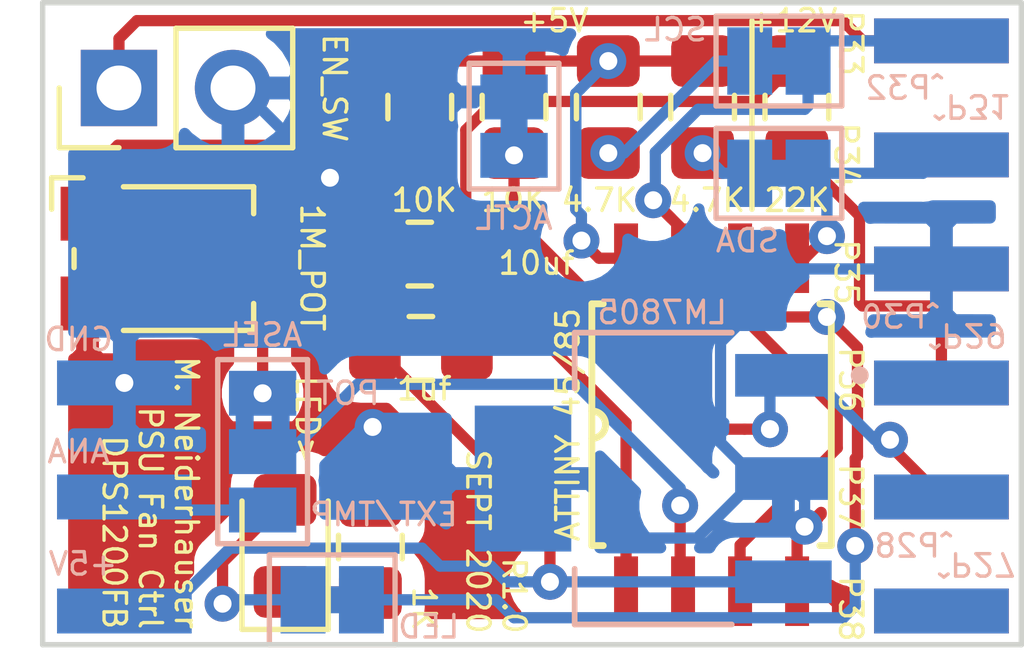
<source format=kicad_pcb>
(kicad_pcb (version 20171130) (host pcbnew "(5.1.4)-1")

  (general
    (thickness 1.6)
    (drawings 44)
    (tracks 201)
    (zones 0)
    (modules 21)
    (nets 24)
  )

  (page A4)
  (layers
    (0 F.Cu signal)
    (31 B.Cu signal)
    (32 B.Adhes user hide)
    (33 F.Adhes user hide)
    (34 B.Paste user)
    (35 F.Paste user hide)
    (36 B.SilkS user hide)
    (37 F.SilkS user)
    (38 B.Mask user hide)
    (39 F.Mask user hide)
    (40 Dwgs.User user hide)
    (41 Cmts.User user hide)
    (42 Eco1.User user hide)
    (43 Eco2.User user hide)
    (44 Edge.Cuts user)
    (45 Margin user hide)
    (46 B.CrtYd user hide)
    (47 F.CrtYd user hide)
    (48 B.Fab user hide)
    (49 F.Fab user hide)
  )

  (setup
    (last_trace_width 0.25)
    (trace_clearance 0.2)
    (zone_clearance 0.508)
    (zone_45_only no)
    (trace_min 0.2)
    (via_size 0.8)
    (via_drill 0.4)
    (via_min_size 0.4)
    (via_min_drill 0.3)
    (uvia_size 0.3)
    (uvia_drill 0.1)
    (uvias_allowed no)
    (uvia_min_size 0.2)
    (uvia_min_drill 0.1)
    (edge_width 0.05)
    (segment_width 0.2)
    (pcb_text_width 0.3)
    (pcb_text_size 1.5 1.5)
    (mod_edge_width 0.12)
    (mod_text_size 1 1)
    (mod_text_width 0.15)
    (pad_size 2.15 3.25)
    (pad_drill 0)
    (pad_to_mask_clearance 0.051)
    (solder_mask_min_width 0.25)
    (aux_axis_origin 0 0)
    (visible_elements 7FFFFFFF)
    (pcbplotparams
      (layerselection 0x010fc_ffffffff)
      (usegerberextensions false)
      (usegerberattributes false)
      (usegerberadvancedattributes false)
      (creategerberjobfile false)
      (excludeedgelayer true)
      (linewidth 0.100000)
      (plotframeref false)
      (viasonmask false)
      (mode 1)
      (useauxorigin false)
      (hpglpennumber 1)
      (hpglpenspeed 20)
      (hpglpendiameter 15.000000)
      (psnegative false)
      (psa4output false)
      (plotreference true)
      (plotvalue true)
      (plotinvisibletext false)
      (padsonsilk false)
      (subtractmaskfromsilk false)
      (outputformat 1)
      (mirror false)
      (drillshape 1)
      (scaleselection 1)
      (outputdirectory ""))
  )

  (net 0 "")
  (net 1 GND)
  (net 2 12V)
  (net 3 5V)
  (net 4 "Net-(D1-Pad2)")
  (net 5 "Net-(D1-Pad1)")
  (net 6 EN1)
  (net 7 RST)
  (net 8 LED)
  (net 9 NC_1)
  (net 10 NC_2)
  (net 11 NC_3)
  (net 12 NC_6)
  (net 13 NC_5)
  (net 14 NC_4)
  (net 15 A_IN)
  (net 16 "Net-(JP2-Pad1)")
  (net 17 "Net-(JP3-Pad2)")
  (net 18 A_CTRL)
  (net 19 SCL)
  (net 20 SDA)
  (net 21 AIN_EXT)
  (net 22 AIN_POT)
  (net 23 PRESNET)

  (net_class Default "This is the default net class."
    (clearance 0.2)
    (trace_width 0.25)
    (via_dia 0.8)
    (via_drill 0.4)
    (uvia_dia 0.3)
    (uvia_drill 0.1)
    (add_net 12V)
    (add_net 5V)
    (add_net AIN_EXT)
    (add_net AIN_POT)
    (add_net A_CTRL)
    (add_net A_IN)
    (add_net EN1)
    (add_net GND)
    (add_net LED)
    (add_net NC_1)
    (add_net NC_2)
    (add_net NC_3)
    (add_net NC_4)
    (add_net NC_5)
    (add_net NC_6)
    (add_net "Net-(D1-Pad1)")
    (add_net "Net-(D1-Pad2)")
    (add_net "Net-(JP2-Pad1)")
    (add_net "Net-(JP3-Pad2)")
    (add_net PRESNET)
    (add_net RST)
    (add_net SCL)
    (add_net SDA)
  )

  (module DPS1200FB_lib:SOT223-4 (layer B.Cu) (tedit 5F6278EF) (tstamp 5F62694F)
    (at 28.9 24.1 180)
    (path /5F613BF5)
    (fp_text reference U1 (at -0.025 4.754) (layer Cmts.User) hide
      (effects (font (size 1 1) (thickness 0.015)) (justify mirror))
    )
    (fp_text value LM7805_TO220 (at 8.865 -4.365) (layer B.Fab) hide
      (effects (font (size 1 1) (thickness 0.015)) (justify mirror))
    )
    (fp_circle (center -4.6 2.3) (end -4.5 2.3) (layer B.SilkS) (width 0.2))
    (fp_circle (center -4.6 2.3) (end -4.5 2.3) (layer B.Fab) (width 0.2))
    (fp_line (start 1.75 3.25) (end 1.75 -3.25) (layer B.Fab) (width 0.127))
    (fp_line (start -1.75 3.25) (end -1.75 -3.25) (layer B.Fab) (width 0.127))
    (fp_line (start 1.75 3.25) (end 1.75 2.01) (layer B.SilkS) (width 0.127))
    (fp_line (start 1.75 3.25) (end -1.75 3.25) (layer B.Fab) (width 0.127))
    (fp_line (start 1.75 -3.25) (end -1.75 -3.25) (layer B.Fab) (width 0.127))
    (fp_line (start -1.75 3.25) (end 1.75 3.25) (layer B.SilkS) (width 0.127))
    (fp_line (start 1.75 -3.25) (end 1.75 -2.01) (layer B.SilkS) (width 0.127))
    (fp_line (start -1.75 -3.25) (end 1.75 -3.25) (layer B.SilkS) (width 0.127))
    (fp_line (start 4.225 1.875) (end 2 1.875) (layer B.CrtYd) (width 0.05))
    (fp_line (start 2 1.875) (end 2 3.5) (layer B.CrtYd) (width 0.05))
    (fp_line (start 2 3.5) (end -2 3.5) (layer B.CrtYd) (width 0.05))
    (fp_line (start -2 3.5) (end -2 3.025) (layer B.CrtYd) (width 0.05))
    (fp_line (start -2 3.025) (end -4.225 3.025) (layer B.CrtYd) (width 0.05))
    (fp_line (start -4.225 3.025) (end -4.225 -3.025) (layer B.CrtYd) (width 0.05))
    (fp_line (start -4.225 -3.025) (end -2 -3.025) (layer B.CrtYd) (width 0.05))
    (fp_line (start -2 -3.025) (end -2 -3.5) (layer B.CrtYd) (width 0.05))
    (fp_line (start -2 -3.5) (end 2 -3.5) (layer B.CrtYd) (width 0.05))
    (fp_line (start 2 -3.5) (end 2 -1.875) (layer B.CrtYd) (width 0.05))
    (fp_line (start 2 -1.875) (end 4.225 -1.875) (layer B.CrtYd) (width 0.05))
    (fp_line (start 4.225 -1.875) (end 4.225 1.875) (layer B.CrtYd) (width 0.05))
    (pad 1 smd rect (at -2.9 2.3 180) (size 2.15 0.95) (layers B.Cu B.Paste B.Mask)
      (net 2 12V))
    (pad 2 smd rect (at -2.9 0 180) (size 2.15 0.95) (layers B.Cu B.Paste B.Mask)
      (net 1 GND))
    (pad 3 smd rect (at -2.9 -2.3 180) (size 2.15 0.95) (layers B.Cu B.Paste B.Mask)
      (net 3 5V))
    (pad 4 smd rect (at 2.9 0 180) (size 2.15 3.25) (layers B.Cu B.Paste B.Mask)
      (net 1 GND))
  )

  (module DPS1200FB_lib:SOIC8 (layer F.Cu) (tedit 5F614B9F) (tstamp 5F622E77)
    (at 30.2 22.9 90)
    (path /5F616A4A)
    (fp_text reference U2 (at 0.585455 4.225535 270) (layer Cmts.User) hide
      (effects (font (size 1.643551 1.643551) (thickness 0.015)))
    )
    (fp_text value ATtiny45-20PU (at 15.3181 -6.13234 270) (layer F.Fab) hide
      (effects (font (size 1.642929 1.642929) (thickness 0.015)))
    )
    (fp_arc (start 0 -2.667) (end -0.3048 -2.667) (angle -180) (layer F.SilkS) (width 0.1524))
    (fp_arc (start 0 -2.667) (end -0.3048 -2.667) (angle -180) (layer F.SilkS) (width 0.1524))
    (fp_line (start -2.6924 -2.667) (end -2.6924 -2.413) (layer F.SilkS) (width 0.1524))
    (fp_line (start -0.3048 -2.667) (end -2.6924 -2.667) (layer F.SilkS) (width 0.1524))
    (fp_line (start 0.3048 -2.667) (end -0.3048 -2.667) (layer F.SilkS) (width 0.1524))
    (fp_line (start 2.6924 -2.667) (end 0.3048 -2.667) (layer F.SilkS) (width 0.1524))
    (fp_line (start 2.6924 2.667) (end 2.6924 2.413) (layer F.SilkS) (width 0.1524))
    (fp_line (start -2.6924 2.667) (end 2.6924 2.667) (layer F.SilkS) (width 0.1524))
    (fp_line (start 2.6924 -2.413) (end 2.6924 -2.667) (layer F.SilkS) (width 0.1524))
    (fp_line (start -2.6924 2.413) (end -2.6924 2.667) (layer F.SilkS) (width 0.1524))
    (fp_arc (start 0 -2.667) (end -0.3048 -2.667) (angle -180) (layer F.Fab) (width 0.1))
    (fp_arc (start 0 -2.667) (end -0.3048 -2.667) (angle -180) (layer F.Fab) (width 0.1))
    (fp_line (start -2.6924 -2.667) (end -2.6924 2.667) (layer F.Fab) (width 0.1))
    (fp_line (start -0.3048 -2.667) (end -2.6924 -2.667) (layer F.Fab) (width 0.1))
    (fp_line (start 0.3048 -2.667) (end -0.3048 -2.667) (layer F.Fab) (width 0.1))
    (fp_line (start 2.6924 -2.667) (end 0.3048 -2.667) (layer F.Fab) (width 0.1))
    (fp_line (start 2.6924 2.667) (end 2.6924 -2.667) (layer F.Fab) (width 0.1))
    (fp_line (start -2.6924 2.667) (end 2.6924 2.667) (layer F.Fab) (width 0.1))
    (fp_line (start 4.1402 -2.1336) (end 2.6924 -2.1336) (layer F.Fab) (width 0.1))
    (fp_line (start 4.1402 -1.6764) (end 4.1402 -2.1336) (layer F.Fab) (width 0.1))
    (fp_line (start 2.6924 -1.6764) (end 4.1402 -1.6764) (layer F.Fab) (width 0.1))
    (fp_line (start 2.6924 -2.1336) (end 2.6924 -1.6764) (layer F.Fab) (width 0.1))
    (fp_line (start 4.1402 -0.8636) (end 2.6924 -0.8636) (layer F.Fab) (width 0.1))
    (fp_line (start 4.1402 -0.4064) (end 4.1402 -0.8636) (layer F.Fab) (width 0.1))
    (fp_line (start 2.6924 -0.4064) (end 4.1402 -0.4064) (layer F.Fab) (width 0.1))
    (fp_line (start 2.6924 -0.8636) (end 2.6924 -0.4064) (layer F.Fab) (width 0.1))
    (fp_line (start 4.1402 0.4064) (end 2.6924 0.4064) (layer F.Fab) (width 0.1))
    (fp_line (start 4.1402 0.8636) (end 4.1402 0.4064) (layer F.Fab) (width 0.1))
    (fp_line (start 2.6924 0.8636) (end 4.1402 0.8636) (layer F.Fab) (width 0.1))
    (fp_line (start 2.6924 0.4064) (end 2.6924 0.8636) (layer F.Fab) (width 0.1))
    (fp_line (start 4.1402 1.6764) (end 2.6924 1.6764) (layer F.Fab) (width 0.1))
    (fp_line (start 4.1402 2.1336) (end 4.1402 1.6764) (layer F.Fab) (width 0.1))
    (fp_line (start 2.6924 2.1336) (end 4.1402 2.1336) (layer F.Fab) (width 0.1))
    (fp_line (start 2.6924 1.6764) (end 2.6924 2.1336) (layer F.Fab) (width 0.1))
    (fp_line (start -4.1402 2.1336) (end -2.6924 2.1336) (layer F.Fab) (width 0.1))
    (fp_line (start -4.1402 1.6764) (end -4.1402 2.1336) (layer F.Fab) (width 0.1))
    (fp_line (start -2.6924 1.6764) (end -4.1402 1.6764) (layer F.Fab) (width 0.1))
    (fp_line (start -2.6924 2.1336) (end -2.6924 1.6764) (layer F.Fab) (width 0.1))
    (fp_line (start -4.1402 0.8636) (end -2.6924 0.8636) (layer F.Fab) (width 0.1))
    (fp_line (start -4.1402 0.4064) (end -4.1402 0.8636) (layer F.Fab) (width 0.1))
    (fp_line (start -2.6924 0.4064) (end -4.1402 0.4064) (layer F.Fab) (width 0.1))
    (fp_line (start -2.6924 0.8636) (end -2.6924 0.4064) (layer F.Fab) (width 0.1))
    (fp_line (start -4.1402 -0.4064) (end -2.6924 -0.4064) (layer F.Fab) (width 0.1))
    (fp_line (start -4.1402 -0.8636) (end -4.1402 -0.4064) (layer F.Fab) (width 0.1))
    (fp_line (start -2.6924 -0.8636) (end -4.1402 -0.8636) (layer F.Fab) (width 0.1))
    (fp_line (start -2.6924 -0.4064) (end -2.6924 -0.8636) (layer F.Fab) (width 0.1))
    (fp_line (start -4.1402 -1.6764) (end -2.6924 -1.6764) (layer F.Fab) (width 0.1))
    (fp_line (start -4.1402 -2.1336) (end -4.1402 -1.6764) (layer F.Fab) (width 0.1))
    (fp_line (start -2.6924 -2.1336) (end -4.1402 -2.1336) (layer F.Fab) (width 0.1))
    (fp_line (start -2.6924 -1.6764) (end -2.6924 -2.1336) (layer F.Fab) (width 0.1))
    (pad 8 smd rect (at 3.7084 -1.905 90) (size 1.5494 0.5334) (layers F.Cu F.Paste F.Mask)
      (net 3 5V))
    (pad 7 smd rect (at 3.7084 -0.635 90) (size 1.5494 0.5334) (layers F.Cu F.Paste F.Mask)
      (net 19 SCL))
    (pad 6 smd rect (at 3.7084 0.635 90) (size 1.5494 0.5334) (layers F.Cu F.Paste F.Mask)
      (net 8 LED))
    (pad 5 smd rect (at 3.7084 1.905 90) (size 1.5494 0.5334) (layers F.Cu F.Paste F.Mask)
      (net 20 SDA))
    (pad 4 smd rect (at -3.7084 1.905 90) (size 1.5494 0.5334) (layers F.Cu F.Paste F.Mask)
      (net 1 GND))
    (pad 3 smd rect (at -3.7084 0.635 90) (size 1.5494 0.5334) (layers F.Cu F.Paste F.Mask)
      (net 18 A_CTRL))
    (pad 2 smd rect (at -3.7084 -0.635 90) (size 1.5494 0.5334) (layers F.Cu F.Paste F.Mask)
      (net 15 A_IN))
    (pad 1 smd rect (at -3.7084 -1.905 90) (size 1.5494 0.5334) (layers F.Cu F.Paste F.Mask)
      (net 7 RST))
  )

  (module DPS1200FB_lib:6_pin_SMD_2.54 (layer B.Cu) (tedit 5F6148CF) (tstamp 5F61F5FB)
    (at 32.8 20.7)
    (descr "surface-mounted straight socket strip, 2x06, 2.54mm pitch, double cols (from Kicad 4.0.7), script generated")
    (tags "Surface mounted socket strip SMD 2x06 2.54mm double row")
    (path /5F661D61)
    (attr smd)
    (fp_text reference J4 (at 17.1 5.1 -90) (layer Cmts.User) hide
      (effects (font (size 1 1) (thickness 0.15)) (justify mirror))
    )
    (fp_text value Card_Bot_Pins (at 9 6.6 -90) (layer B.Fab) hide
      (effects (font (size 1 1) (thickness 0.15)) (justify mirror))
    )
    (fp_text user %R (at 14.9 5.9 -90) (layer B.Fab) hide
      (effects (font (size 1 1) (thickness 0.15)) (justify mirror))
    )
    (fp_line (start 3.92 -6.67) (end 2.54 -6.67) (layer B.Fab) (width 0.1))
    (fp_line (start 3.92 -6.03) (end 3.92 -6.67) (layer B.Fab) (width 0.1))
    (fp_line (start 2.54 -6.03) (end 3.92 -6.03) (layer B.Fab) (width 0.1))
    (fp_line (start 3.92 -4.13) (end 2.54 -4.13) (layer B.Fab) (width 0.1))
    (fp_line (start 3.92 -3.49) (end 3.92 -4.13) (layer B.Fab) (width 0.1))
    (fp_line (start 2.54 -3.49) (end 3.92 -3.49) (layer B.Fab) (width 0.1))
    (fp_line (start 3.92 -1.59) (end 2.54 -1.59) (layer B.Fab) (width 0.1))
    (fp_line (start 3.92 -0.95) (end 3.92 -1.59) (layer B.Fab) (width 0.1))
    (fp_line (start 2.54 -0.95) (end 3.92 -0.95) (layer B.Fab) (width 0.1))
    (fp_line (start 3.92 0.95) (end 2.54 0.95) (layer B.Fab) (width 0.1))
    (fp_line (start 3.92 1.59) (end 3.92 0.95) (layer B.Fab) (width 0.1))
    (fp_line (start 2.54 1.59) (end 3.92 1.59) (layer B.Fab) (width 0.1))
    (fp_line (start 3.92 3.49) (end 2.54 3.49) (layer B.Fab) (width 0.1))
    (fp_line (start 3.92 4.13) (end 3.92 3.49) (layer B.Fab) (width 0.1))
    (fp_line (start 2.54 4.13) (end 3.92 4.13) (layer B.Fab) (width 0.1))
    (fp_line (start 3.92 6.03) (end 2.54 6.03) (layer B.Fab) (width 0.1))
    (fp_line (start 3.92 6.67) (end 3.92 6.03) (layer B.Fab) (width 0.1))
    (fp_line (start 2.54 6.67) (end 3.92 6.67) (layer B.Fab) (width 0.1))
    (pad 6 smd rect (at 2.52 -6.35) (size 3 1) (layers B.Cu B.Paste B.Mask)
      (net 19 SCL))
    (pad 5 smd rect (at 2.52 -3.81) (size 3 1) (layers B.Cu B.Paste B.Mask)
      (net 20 SDA))
    (pad 4 smd rect (at 2.52 -1.27) (size 3 1) (layers B.Cu B.Paste B.Mask)
      (net 1 GND))
    (pad 3 smd rect (at 2.52 1.27) (size 3 1) (layers B.Cu B.Paste B.Mask)
      (net 12 NC_6))
    (pad 2 smd rect (at 2.52 3.81) (size 3 1) (layers B.Cu B.Paste B.Mask)
      (net 13 NC_5))
    (pad 1 smd rect (at 2.52 6.35) (size 3 1) (layers B.Cu B.Paste B.Mask)
      (net 14 NC_4))
    (model ${KISYS3DMOD}/Connector_PinSocket_2.54mm.3dshapes/PinSocket_2x06_P2.54mm_Vertical_SMD.wrl
      (at (xyz 0 0 0))
      (scale (xyz 1 1 1))
      (rotate (xyz 0 0 0))
    )
  )

  (module Resistor_SMD:R_0805_2012Metric_Pad1.15x1.40mm_HandSolder (layer F.Cu) (tedit 5B36C52B) (tstamp 5F61EC7E)
    (at 32.1 15.825 270)
    (descr "Resistor SMD 0805 (2012 Metric), square (rectangular) end terminal, IPC_7351 nominal with elongated pad for handsoldering. (Body size source: https://docs.google.com/spreadsheets/d/1BsfQQcO9C6DZCsRaXUlFlo91Tg2WpOkGARC1WS5S8t0/edit?usp=sharing), generated with kicad-footprint-generator")
    (tags "resistor handsolder")
    (path /5F621202)
    (attr smd)
    (fp_text reference R1 (at 4.525 -4.5 180) (layer Cmts.User) hide
      (effects (font (size 1 1) (thickness 0.15)))
    )
    (fp_text value 22K (at 2.575 -0.1 180) (layer F.Fab) hide
      (effects (font (size 1 1) (thickness 0.15)))
    )
    (fp_text user %R (at 0 0 90) (layer F.Fab)
      (effects (font (size 0.5 0.5) (thickness 0.08)))
    )
    (fp_line (start 1.85 0.95) (end -1.85 0.95) (layer F.CrtYd) (width 0.05))
    (fp_line (start 1.85 -0.95) (end 1.85 0.95) (layer F.CrtYd) (width 0.05))
    (fp_line (start -1.85 -0.95) (end 1.85 -0.95) (layer F.CrtYd) (width 0.05))
    (fp_line (start -1.85 0.95) (end -1.85 -0.95) (layer F.CrtYd) (width 0.05))
    (fp_line (start -0.261252 0.71) (end 0.261252 0.71) (layer F.SilkS) (width 0.12))
    (fp_line (start -0.261252 -0.71) (end 0.261252 -0.71) (layer F.SilkS) (width 0.12))
    (fp_line (start 1 0.6) (end -1 0.6) (layer F.Fab) (width 0.1))
    (fp_line (start 1 -0.6) (end 1 0.6) (layer F.Fab) (width 0.1))
    (fp_line (start -1 -0.6) (end 1 -0.6) (layer F.Fab) (width 0.1))
    (fp_line (start -1 0.6) (end -1 -0.6) (layer F.Fab) (width 0.1))
    (pad 2 smd roundrect (at 1.025 0 270) (size 1.15 1.4) (layers F.Cu F.Paste F.Mask) (roundrect_rratio 0.217391)
      (net 23 PRESNET))
    (pad 1 smd roundrect (at -1.025 0 270) (size 1.15 1.4) (layers F.Cu F.Paste F.Mask) (roundrect_rratio 0.217391)
      (net 2 12V))
    (model ${KISYS3DMOD}/Resistor_SMD.3dshapes/R_0805_2012Metric.wrl
      (at (xyz 0 0 0))
      (scale (xyz 1 1 1))
      (rotate (xyz 0 0 0))
    )
  )

  (module Resistor_SMD:R_0805_2012Metric_Pad1.15x1.40mm_HandSolder (layer F.Cu) (tedit 5B36C52B) (tstamp 5F61EEB3)
    (at 27.9 15.825 270)
    (descr "Resistor SMD 0805 (2012 Metric), square (rectangular) end terminal, IPC_7351 nominal with elongated pad for handsoldering. (Body size source: https://docs.google.com/spreadsheets/d/1BsfQQcO9C6DZCsRaXUlFlo91Tg2WpOkGARC1WS5S8t0/edit?usp=sharing), generated with kicad-footprint-generator")
    (tags "resistor handsolder")
    (path /5F6133A5)
    (attr smd)
    (fp_text reference R2 (at -4.625 0.9 90) (layer Cmts.User) hide
      (effects (font (size 1 1) (thickness 0.15)))
    )
    (fp_text value 4.7K (at -4.025 -1.7 90) (layer F.Fab) hide
      (effects (font (size 1 1) (thickness 0.15)))
    )
    (fp_text user %R (at 0 0 90) (layer F.Fab)
      (effects (font (size 0.5 0.5) (thickness 0.08)))
    )
    (fp_line (start 1.85 0.95) (end -1.85 0.95) (layer F.CrtYd) (width 0.05))
    (fp_line (start 1.85 -0.95) (end 1.85 0.95) (layer F.CrtYd) (width 0.05))
    (fp_line (start -1.85 -0.95) (end 1.85 -0.95) (layer F.CrtYd) (width 0.05))
    (fp_line (start -1.85 0.95) (end -1.85 -0.95) (layer F.CrtYd) (width 0.05))
    (fp_line (start -0.261252 0.71) (end 0.261252 0.71) (layer F.SilkS) (width 0.12))
    (fp_line (start -0.261252 -0.71) (end 0.261252 -0.71) (layer F.SilkS) (width 0.12))
    (fp_line (start 1 0.6) (end -1 0.6) (layer F.Fab) (width 0.1))
    (fp_line (start 1 -0.6) (end 1 0.6) (layer F.Fab) (width 0.1))
    (fp_line (start -1 -0.6) (end 1 -0.6) (layer F.Fab) (width 0.1))
    (fp_line (start -1 0.6) (end -1 -0.6) (layer F.Fab) (width 0.1))
    (pad 2 smd roundrect (at 1.025 0 270) (size 1.15 1.4) (layers F.Cu F.Paste F.Mask) (roundrect_rratio 0.217391)
      (net 16 "Net-(JP2-Pad1)"))
    (pad 1 smd roundrect (at -1.025 0 270) (size 1.15 1.4) (layers F.Cu F.Paste F.Mask) (roundrect_rratio 0.217391)
      (net 3 5V))
    (model ${KISYS3DMOD}/Resistor_SMD.3dshapes/R_0805_2012Metric.wrl
      (at (xyz 0 0 0))
      (scale (xyz 1 1 1))
      (rotate (xyz 0 0 0))
    )
  )

  (module Resistor_SMD:R_0805_2012Metric_Pad1.15x1.40mm_HandSolder (layer F.Cu) (tedit 5B36C52B) (tstamp 5F623CA2)
    (at 30 15.825 270)
    (descr "Resistor SMD 0805 (2012 Metric), square (rectangular) end terminal, IPC_7351 nominal with elongated pad for handsoldering. (Body size source: https://docs.google.com/spreadsheets/d/1BsfQQcO9C6DZCsRaXUlFlo91Tg2WpOkGARC1WS5S8t0/edit?usp=sharing), generated with kicad-footprint-generator")
    (tags "resistor handsolder")
    (path /5F6136D4)
    (attr smd)
    (fp_text reference R4 (at -4.825 2.4 90) (layer Cmts.User) hide
      (effects (font (size 1 1) (thickness 0.15)))
    )
    (fp_text value 4.7K (at 2.575 -1.5 180) (layer F.Fab) hide
      (effects (font (size 1 1) (thickness 0.15)))
    )
    (fp_text user %R (at 0 0 90) (layer F.Fab)
      (effects (font (size 0.5 0.5) (thickness 0.08)))
    )
    (fp_line (start 1.85 0.95) (end -1.85 0.95) (layer F.CrtYd) (width 0.05))
    (fp_line (start 1.85 -0.95) (end 1.85 0.95) (layer F.CrtYd) (width 0.05))
    (fp_line (start -1.85 -0.95) (end 1.85 -0.95) (layer F.CrtYd) (width 0.05))
    (fp_line (start -1.85 0.95) (end -1.85 -0.95) (layer F.CrtYd) (width 0.05))
    (fp_line (start -0.261252 0.71) (end 0.261252 0.71) (layer F.SilkS) (width 0.12))
    (fp_line (start -0.261252 -0.71) (end 0.261252 -0.71) (layer F.SilkS) (width 0.12))
    (fp_line (start 1 0.6) (end -1 0.6) (layer F.Fab) (width 0.1))
    (fp_line (start 1 -0.6) (end 1 0.6) (layer F.Fab) (width 0.1))
    (fp_line (start -1 -0.6) (end 1 -0.6) (layer F.Fab) (width 0.1))
    (fp_line (start -1 0.6) (end -1 -0.6) (layer F.Fab) (width 0.1))
    (pad 2 smd roundrect (at 1.025 0 270) (size 1.15 1.4) (layers F.Cu F.Paste F.Mask) (roundrect_rratio 0.217391)
      (net 17 "Net-(JP3-Pad2)"))
    (pad 1 smd roundrect (at -1.025 0 270) (size 1.15 1.4) (layers F.Cu F.Paste F.Mask) (roundrect_rratio 0.217391)
      (net 3 5V))
    (model ${KISYS3DMOD}/Resistor_SMD.3dshapes/R_0805_2012Metric.wrl
      (at (xyz 0 0 0))
      (scale (xyz 1 1 1))
      (rotate (xyz 0 0 0))
    )
  )

  (module Resistor_SMD:R_0805_2012Metric_Pad1.15x1.40mm_HandSolder (layer F.Cu) (tedit 5B36C52B) (tstamp 5F620026)
    (at 23.7 15.825 270)
    (descr "Resistor SMD 0805 (2012 Metric), square (rectangular) end terminal, IPC_7351 nominal with elongated pad for handsoldering. (Body size source: https://docs.google.com/spreadsheets/d/1BsfQQcO9C6DZCsRaXUlFlo91Tg2WpOkGARC1WS5S8t0/edit?usp=sharing), generated with kicad-footprint-generator")
    (tags "resistor handsolder")
    (path /5F61E5E1)
    (attr smd)
    (fp_text reference R5 (at -3.825 2.7 90) (layer Cmts.User) hide
      (effects (font (size 1 1) (thickness 0.15)))
    )
    (fp_text value 10K (at 2.575 0.4 180) (layer F.Fab) hide
      (effects (font (size 1 1) (thickness 0.15)))
    )
    (fp_text user %R (at 0 0 90) (layer F.Fab)
      (effects (font (size 0.5 0.5) (thickness 0.08)))
    )
    (fp_line (start 1.85 0.95) (end -1.85 0.95) (layer F.CrtYd) (width 0.05))
    (fp_line (start 1.85 -0.95) (end 1.85 0.95) (layer F.CrtYd) (width 0.05))
    (fp_line (start -1.85 -0.95) (end 1.85 -0.95) (layer F.CrtYd) (width 0.05))
    (fp_line (start -1.85 0.95) (end -1.85 -0.95) (layer F.CrtYd) (width 0.05))
    (fp_line (start -0.261252 0.71) (end 0.261252 0.71) (layer F.SilkS) (width 0.12))
    (fp_line (start -0.261252 -0.71) (end 0.261252 -0.71) (layer F.SilkS) (width 0.12))
    (fp_line (start 1 0.6) (end -1 0.6) (layer F.Fab) (width 0.1))
    (fp_line (start 1 -0.6) (end 1 0.6) (layer F.Fab) (width 0.1))
    (fp_line (start -1 -0.6) (end 1 -0.6) (layer F.Fab) (width 0.1))
    (fp_line (start -1 0.6) (end -1 -0.6) (layer F.Fab) (width 0.1))
    (pad 2 smd roundrect (at 1.025 0 270) (size 1.15 1.4) (layers F.Cu F.Paste F.Mask) (roundrect_rratio 0.217391)
      (net 7 RST))
    (pad 1 smd roundrect (at -1.025 0 270) (size 1.15 1.4) (layers F.Cu F.Paste F.Mask) (roundrect_rratio 0.217391)
      (net 3 5V))
    (model ${KISYS3DMOD}/Resistor_SMD.3dshapes/R_0805_2012Metric.wrl
      (at (xyz 0 0 0))
      (scale (xyz 1 1 1))
      (rotate (xyz 0 0 0))
    )
  )

  (module Resistor_SMD:R_0805_2012Metric_Pad1.15x1.40mm_HandSolder (layer F.Cu) (tedit 5B36C52B) (tstamp 5F62220A)
    (at 25.8 15.825 270)
    (descr "Resistor SMD 0805 (2012 Metric), square (rectangular) end terminal, IPC_7351 nominal with elongated pad for handsoldering. (Body size source: https://docs.google.com/spreadsheets/d/1BsfQQcO9C6DZCsRaXUlFlo91Tg2WpOkGARC1WS5S8t0/edit?usp=sharing), generated with kicad-footprint-generator")
    (tags "resistor handsolder")
    (path /5F6BFCBB)
    (attr smd)
    (fp_text reference R6 (at -3.725 2.6 90) (layer Cmts.User) hide
      (effects (font (size 1 1) (thickness 0.15)))
    )
    (fp_text value 10K (at -4.225 5.8 90) (layer F.Fab) hide
      (effects (font (size 1 1) (thickness 0.15)))
    )
    (fp_line (start -1 0.6) (end -1 -0.6) (layer F.Fab) (width 0.1))
    (fp_line (start -1 -0.6) (end 1 -0.6) (layer F.Fab) (width 0.1))
    (fp_line (start 1 -0.6) (end 1 0.6) (layer F.Fab) (width 0.1))
    (fp_line (start 1 0.6) (end -1 0.6) (layer F.Fab) (width 0.1))
    (fp_line (start -0.261252 -0.71) (end 0.261252 -0.71) (layer F.SilkS) (width 0.12))
    (fp_line (start -0.261252 0.71) (end 0.261252 0.71) (layer F.SilkS) (width 0.12))
    (fp_line (start -1.85 0.95) (end -1.85 -0.95) (layer F.CrtYd) (width 0.05))
    (fp_line (start -1.85 -0.95) (end 1.85 -0.95) (layer F.CrtYd) (width 0.05))
    (fp_line (start 1.85 -0.95) (end 1.85 0.95) (layer F.CrtYd) (width 0.05))
    (fp_line (start 1.85 0.95) (end -1.85 0.95) (layer F.CrtYd) (width 0.05))
    (fp_text user %R (at 0 0 90) (layer F.Fab)
      (effects (font (size 0.5 0.5) (thickness 0.08)))
    )
    (pad 1 smd roundrect (at -1.025 0 270) (size 1.15 1.4) (layers F.Cu F.Paste F.Mask) (roundrect_rratio 0.217391)
      (net 3 5V))
    (pad 2 smd roundrect (at 1.025 0 270) (size 1.15 1.4) (layers F.Cu F.Paste F.Mask) (roundrect_rratio 0.217391)
      (net 18 A_CTRL))
    (model ${KISYS3DMOD}/Resistor_SMD.3dshapes/R_0805_2012Metric.wrl
      (at (xyz 0 0 0))
      (scale (xyz 1 1 1))
      (rotate (xyz 0 0 0))
    )
  )

  (module Potentiometer_SMD:Potentiometer_Bourns_TC33X_Vertical (layer F.Cu) (tedit 5C165D15) (tstamp 5F62382B)
    (at 18.1 19.2)
    (descr "Potentiometer, Bourns, TC33X, Vertical, https://www.bourns.com/pdfs/TC33.pdf")
    (tags "Potentiometer Bourns TC33X Vertical")
    (path /5F639714)
    (attr smd)
    (fp_text reference RV1 (at 0 -2.5) (layer Cmts.User) hide
      (effects (font (size 1 1) (thickness 0.15)))
    )
    (fp_text value 1M_POT (at 0 2.5) (layer F.Fab) hide
      (effects (font (size 1 1) (thickness 0.15)))
    )
    (fp_text user "Wiper may be\nanywhere within\ncircle shown" (at -0.1 0.1) (layer Cmts.User)
      (effects (font (size 0.15 0.15) (thickness 0.02)))
    )
    (fp_circle (center 0 0) (end 1.8 0) (layer Dwgs.User) (width 0.05))
    (fp_line (start -2.65 1.85) (end -2.65 -1.85) (layer F.CrtYd) (width 0.05))
    (fp_line (start 2.45 1.85) (end -2.65 1.85) (layer F.CrtYd) (width 0.05))
    (fp_line (start 2.45 -1.85) (end 2.45 1.85) (layer F.CrtYd) (width 0.05))
    (fp_line (start -2.65 -1.85) (end 2.45 -1.85) (layer F.CrtYd) (width 0.05))
    (fp_line (start -2.6 -1.8) (end -2.6 -1.1) (layer F.SilkS) (width 0.12))
    (fp_line (start -1.9 -1.8) (end -2.6 -1.8) (layer F.SilkS) (width 0.12))
    (fp_line (start 1.9 1.6) (end 1.9 1) (layer F.SilkS) (width 0.12))
    (fp_line (start -1 1.6) (end 1.9 1.6) (layer F.SilkS) (width 0.12))
    (fp_line (start 1.9 -1.6) (end 1.9 -1) (layer F.SilkS) (width 0.12))
    (fp_line (start -1 -1.6) (end 1.9 -1.6) (layer F.SilkS) (width 0.12))
    (fp_line (start -2.1 -0.2) (end -2.1 0.2) (layer F.SilkS) (width 0.12))
    (fp_text user %R (at -0.1 -0.7) (layer F.Fab)
      (effects (font (size 0.7 0.7) (thickness 0.105)))
    )
    (fp_line (start -1.25 -1.5) (end -2 -0.75) (layer F.Fab) (width 0.1))
    (fp_line (start 1.8 -1.5) (end -1.25 -1.5) (layer F.Fab) (width 0.1))
    (fp_line (start 1.8 1.5) (end 1.8 -1.5) (layer F.Fab) (width 0.1))
    (fp_line (start -2 1.5) (end 1.8 1.5) (layer F.Fab) (width 0.1))
    (fp_line (start -2 -0.75) (end -2 1.5) (layer F.Fab) (width 0.1))
    (fp_circle (center 0 0) (end 1.5 0) (layer F.Fab) (width 0.1))
    (pad 2 smd rect (at 1.45 0) (size 1.5 1.6) (layers F.Cu F.Paste F.Mask)
      (net 22 AIN_POT))
    (pad 3 smd rect (at -1.8 1) (size 1.2 1.2) (layers F.Cu F.Paste F.Mask)
      (net 1 GND))
    (pad 1 smd rect (at -1.8 -1) (size 1.2 1.2) (layers F.Cu F.Paste F.Mask)
      (net 3 5V))
    (model ${KISYS3DMOD}/Potentiometer_SMD.3dshapes/Potentiometer_Bourns_TC33X_Vertical.wrl
      (at (xyz 0 0 0))
      (scale (xyz 1 1 1))
      (rotate (xyz 0 0 0))
    )
  )

  (module Resistor_SMD:R_0805_2012Metric_Pad1.15x1.40mm_HandSolder (layer F.Cu) (tedit 5B36C52B) (tstamp 5F61E038)
    (at 22.6 25.625 270)
    (descr "Resistor SMD 0805 (2012 Metric), square (rectangular) end terminal, IPC_7351 nominal with elongated pad for handsoldering. (Body size source: https://docs.google.com/spreadsheets/d/1BsfQQcO9C6DZCsRaXUlFlo91Tg2WpOkGARC1WS5S8t0/edit?usp=sharing), generated with kicad-footprint-generator")
    (tags "resistor handsolder")
    (path /5F622E6A)
    (attr smd)
    (fp_text reference R3 (at 0 -1.65 90) (layer Cmts.User) hide
      (effects (font (size 1 1) (thickness 0.15)))
    )
    (fp_text value 1K (at 0 1.65 90) (layer F.Fab)
      (effects (font (size 1 1) (thickness 0.15)))
    )
    (fp_text user %R (at 0 0 90) (layer F.Fab)
      (effects (font (size 0.5 0.5) (thickness 0.08)))
    )
    (fp_line (start 1.85 0.95) (end -1.85 0.95) (layer F.CrtYd) (width 0.05))
    (fp_line (start 1.85 -0.95) (end 1.85 0.95) (layer F.CrtYd) (width 0.05))
    (fp_line (start -1.85 -0.95) (end 1.85 -0.95) (layer F.CrtYd) (width 0.05))
    (fp_line (start -1.85 0.95) (end -1.85 -0.95) (layer F.CrtYd) (width 0.05))
    (fp_line (start -0.261252 0.71) (end 0.261252 0.71) (layer F.SilkS) (width 0.12))
    (fp_line (start -0.261252 -0.71) (end 0.261252 -0.71) (layer F.SilkS) (width 0.12))
    (fp_line (start 1 0.6) (end -1 0.6) (layer F.Fab) (width 0.1))
    (fp_line (start 1 -0.6) (end 1 0.6) (layer F.Fab) (width 0.1))
    (fp_line (start -1 -0.6) (end 1 -0.6) (layer F.Fab) (width 0.1))
    (fp_line (start -1 0.6) (end -1 -0.6) (layer F.Fab) (width 0.1))
    (pad 2 smd roundrect (at 1.025 0 270) (size 1.15 1.4) (layers F.Cu F.Paste F.Mask) (roundrect_rratio 0.217391)
      (net 5 "Net-(D1-Pad1)"))
    (pad 1 smd roundrect (at -1.025 0 270) (size 1.15 1.4) (layers F.Cu F.Paste F.Mask) (roundrect_rratio 0.217391)
      (net 1 GND))
    (model ${KISYS3DMOD}/Resistor_SMD.3dshapes/R_0805_2012Metric.wrl
      (at (xyz 0 0 0))
      (scale (xyz 1 1 1))
      (rotate (xyz 0 0 0))
    )
  )

  (module Jumper:SolderJumper-2_P1.3mm_Bridged_Pad1.0x1.5mm (layer B.Cu) (tedit 5C756AB2) (tstamp 5F61E005)
    (at 25.8 16.25 90)
    (descr "SMD Solder Jumper, 1x1.5mm Pads, 0.3mm gap, bridged with 1 copper strip")
    (tags "solder jumper open")
    (path /5F67C208)
    (attr virtual)
    (fp_text reference JP4 (at 0 1.8 90) (layer Cmts.User) hide
      (effects (font (size 1 1) (thickness 0.15)) (justify mirror))
    )
    (fp_text value A_CTRL_JMP (at 0 -1.9 90) (layer B.Fab) hide
      (effects (font (size 1 1) (thickness 0.15)) (justify mirror))
    )
    (fp_poly (pts (xy -0.25 0.3) (xy 0.25 0.3) (xy 0.25 -0.3) (xy -0.25 -0.3)) (layer B.Cu) (width 0))
    (fp_line (start 1.65 -1.25) (end -1.65 -1.25) (layer B.CrtYd) (width 0.05))
    (fp_line (start 1.65 -1.25) (end 1.65 1.25) (layer B.CrtYd) (width 0.05))
    (fp_line (start -1.65 1.25) (end -1.65 -1.25) (layer B.CrtYd) (width 0.05))
    (fp_line (start -1.65 1.25) (end 1.65 1.25) (layer B.CrtYd) (width 0.05))
    (fp_line (start -1.4 1) (end 1.4 1) (layer B.SilkS) (width 0.12))
    (fp_line (start 1.4 1) (end 1.4 -1) (layer B.SilkS) (width 0.12))
    (fp_line (start 1.4 -1) (end -1.4 -1) (layer B.SilkS) (width 0.12))
    (fp_line (start -1.4 -1) (end -1.4 1) (layer B.SilkS) (width 0.12))
    (pad 2 smd rect (at 0.65 0 90) (size 1 1.5) (layers B.Cu B.Mask)
      (net 1 GND))
    (pad 1 smd rect (at -0.65 0 90) (size 1 1.5) (layers B.Cu B.Mask)
      (net 18 A_CTRL))
  )

  (module Jumper:SolderJumper-2_P1.3mm_Bridged_Pad1.0x1.5mm (layer B.Cu) (tedit 5C756AB2) (tstamp 5F61EF0C)
    (at 31.7 17.3 180)
    (descr "SMD Solder Jumper, 1x1.5mm Pads, 0.3mm gap, bridged with 1 copper strip")
    (tags "solder jumper open")
    (path /5F636A53)
    (attr virtual)
    (fp_text reference JP3 (at 0 1.8) (layer Cmts.User) hide
      (effects (font (size 1 1) (thickness 0.15)) (justify mirror))
    )
    (fp_text value SDA_JMP (at 0 -1.9) (layer B.Fab) hide
      (effects (font (size 1 1) (thickness 0.15)) (justify mirror))
    )
    (fp_poly (pts (xy -0.25 0.3) (xy 0.25 0.3) (xy 0.25 -0.3) (xy -0.25 -0.3)) (layer B.Cu) (width 0))
    (fp_line (start 1.65 -1.25) (end -1.65 -1.25) (layer B.CrtYd) (width 0.05))
    (fp_line (start 1.65 -1.25) (end 1.65 1.25) (layer B.CrtYd) (width 0.05))
    (fp_line (start -1.65 1.25) (end -1.65 -1.25) (layer B.CrtYd) (width 0.05))
    (fp_line (start -1.65 1.25) (end 1.65 1.25) (layer B.CrtYd) (width 0.05))
    (fp_line (start -1.4 1) (end 1.4 1) (layer B.SilkS) (width 0.12))
    (fp_line (start 1.4 1) (end 1.4 -1) (layer B.SilkS) (width 0.12))
    (fp_line (start 1.4 -1) (end -1.4 -1) (layer B.SilkS) (width 0.12))
    (fp_line (start -1.4 -1) (end -1.4 1) (layer B.SilkS) (width 0.12))
    (pad 2 smd rect (at 0.65 0 180) (size 1 1.5) (layers B.Cu B.Mask)
      (net 17 "Net-(JP3-Pad2)"))
    (pad 1 smd rect (at -0.65 0 180) (size 1 1.5) (layers B.Cu B.Mask)
      (net 20 SDA))
  )

  (module Jumper:SolderJumper-2_P1.3mm_Bridged_Pad1.0x1.5mm (layer B.Cu) (tedit 5C756AB2) (tstamp 5F61DFE7)
    (at 31.7 14.8)
    (descr "SMD Solder Jumper, 1x1.5mm Pads, 0.3mm gap, bridged with 1 copper strip")
    (tags "solder jumper open")
    (path /5F63737F)
    (attr virtual)
    (fp_text reference JP2 (at 0 1.8) (layer Cmts.User) hide
      (effects (font (size 1 1) (thickness 0.15)) (justify mirror))
    )
    (fp_text value SCL_JMP (at 0 -1.9) (layer B.Fab) hide
      (effects (font (size 1 1) (thickness 0.15)) (justify mirror))
    )
    (fp_poly (pts (xy -0.25 0.3) (xy 0.25 0.3) (xy 0.25 -0.3) (xy -0.25 -0.3)) (layer B.Cu) (width 0))
    (fp_line (start 1.65 -1.25) (end -1.65 -1.25) (layer B.CrtYd) (width 0.05))
    (fp_line (start 1.65 -1.25) (end 1.65 1.25) (layer B.CrtYd) (width 0.05))
    (fp_line (start -1.65 1.25) (end -1.65 -1.25) (layer B.CrtYd) (width 0.05))
    (fp_line (start -1.65 1.25) (end 1.65 1.25) (layer B.CrtYd) (width 0.05))
    (fp_line (start -1.4 1) (end 1.4 1) (layer B.SilkS) (width 0.12))
    (fp_line (start 1.4 1) (end 1.4 -1) (layer B.SilkS) (width 0.12))
    (fp_line (start 1.4 -1) (end -1.4 -1) (layer B.SilkS) (width 0.12))
    (fp_line (start -1.4 -1) (end -1.4 1) (layer B.SilkS) (width 0.12))
    (pad 2 smd rect (at 0.65 0) (size 1 1.5) (layers B.Cu B.Mask)
      (net 19 SCL))
    (pad 1 smd rect (at -0.65 0) (size 1 1.5) (layers B.Cu B.Mask)
      (net 16 "Net-(JP2-Pad1)"))
  )

  (module Jumper:SolderJumper-2_P1.3mm_Bridged_Pad1.0x1.5mm (layer B.Cu) (tedit 5C756AB2) (tstamp 5F61DFD8)
    (at 21.75 26.8 180)
    (descr "SMD Solder Jumper, 1x1.5mm Pads, 0.3mm gap, bridged with 1 copper strip")
    (tags "solder jumper open")
    (path /5F637CEC)
    (attr virtual)
    (fp_text reference JP1 (at 0 1.8) (layer Cmts.User) hide
      (effects (font (size 1 1) (thickness 0.15)) (justify mirror))
    )
    (fp_text value LED_JMP (at 0 -1.9) (layer B.Fab) hide
      (effects (font (size 1 1) (thickness 0.15)) (justify mirror))
    )
    (fp_poly (pts (xy -0.25 0.3) (xy 0.25 0.3) (xy 0.25 -0.3) (xy -0.25 -0.3)) (layer B.Cu) (width 0))
    (fp_line (start 1.65 -1.25) (end -1.65 -1.25) (layer B.CrtYd) (width 0.05))
    (fp_line (start 1.65 -1.25) (end 1.65 1.25) (layer B.CrtYd) (width 0.05))
    (fp_line (start -1.65 1.25) (end -1.65 -1.25) (layer B.CrtYd) (width 0.05))
    (fp_line (start -1.65 1.25) (end 1.65 1.25) (layer B.CrtYd) (width 0.05))
    (fp_line (start -1.4 1) (end 1.4 1) (layer B.SilkS) (width 0.12))
    (fp_line (start 1.4 1) (end 1.4 -1) (layer B.SilkS) (width 0.12))
    (fp_line (start 1.4 -1) (end -1.4 -1) (layer B.SilkS) (width 0.12))
    (fp_line (start -1.4 -1) (end -1.4 1) (layer B.SilkS) (width 0.12))
    (pad 2 smd rect (at 0.65 0 180) (size 1 1.5) (layers B.Cu B.Mask)
      (net 4 "Net-(D1-Pad2)"))
    (pad 1 smd rect (at -0.65 0 180) (size 1 1.5) (layers B.Cu B.Mask)
      (net 8 LED))
  )

  (module DPS1200FB_lib:3_pin_SMD_2.54 (layer B.Cu) (tedit 5F614913) (tstamp 5F61DFC9)
    (at 14.6 20.7)
    (descr "surface-mounted straight socket strip, 2x06, 2.54mm pitch, double cols (from Kicad 4.0.7), script generated")
    (tags "Surface mounted socket strip SMD 2x06 2.54mm double row")
    (path /5F67F48F)
    (attr smd)
    (fp_text reference J2 (at 0 5.08 -90) (layer Cmts.User) hide
      (effects (font (size 1 1) (thickness 0.15)) (justify mirror))
    )
    (fp_text value A_IN_PIN (at -2.54 2.54 -90) (layer B.Fab) hide
      (effects (font (size 1 1) (thickness 0.15)) (justify mirror))
    )
    (fp_text user %R (at 0 0 -90) (layer B.Fab) hide
      (effects (font (size 1 1) (thickness 0.15)) (justify mirror))
    )
    (fp_line (start 3.92 0.95) (end 2.54 0.95) (layer B.Fab) (width 0.1))
    (fp_line (start 3.92 1.59) (end 3.92 0.95) (layer B.Fab) (width 0.1))
    (fp_line (start 2.54 1.59) (end 3.92 1.59) (layer B.Fab) (width 0.1))
    (fp_line (start 3.92 3.49) (end 2.54 3.49) (layer B.Fab) (width 0.1))
    (fp_line (start 3.92 4.13) (end 3.92 3.49) (layer B.Fab) (width 0.1))
    (fp_line (start 2.54 4.13) (end 3.92 4.13) (layer B.Fab) (width 0.1))
    (fp_line (start 3.92 6.03) (end 2.54 6.03) (layer B.Fab) (width 0.1))
    (fp_line (start 3.92 6.67) (end 3.92 6.03) (layer B.Fab) (width 0.1))
    (fp_line (start 2.54 6.67) (end 3.92 6.67) (layer B.Fab) (width 0.1))
    (pad 3 smd rect (at 2.52 1.27) (size 3 1) (layers B.Cu B.Paste B.Mask)
      (net 1 GND))
    (pad 2 smd rect (at 2.52 3.81) (size 3 1) (layers B.Cu B.Paste B.Mask)
      (net 21 AIN_EXT))
    (pad 1 smd rect (at 2.52 6.35) (size 3 1) (layers B.Cu B.Paste B.Mask)
      (net 3 5V))
    (model ${KISYS3DMOD}/Connector_PinSocket_2.54mm.3dshapes/PinSocket_2x06_P2.54mm_Vertical_SMD.wrl
      (at (xyz 0 0 0))
      (scale (xyz 1 1 1))
      (rotate (xyz 0 0 0))
    )
  )

  (module DPS1200FB_lib:6_pin_SMD_2.54 (layer F.Cu) (tedit 5F6148CF) (tstamp 5F61DF9B)
    (at 32.8 20.7)
    (descr "surface-mounted straight socket strip, 2x06, 2.54mm pitch, double cols (from Kicad 4.0.7), script generated")
    (tags "Surface mounted socket strip SMD 2x06 2.54mm double row")
    (path /5F660FE4)
    (attr smd)
    (fp_text reference J3 (at 14 3.1 90) (layer Cmts.User) hide
      (effects (font (size 1 1) (thickness 0.15)))
    )
    (fp_text value Card_Top_Pins (at 10.3 5.7 90) (layer F.Fab) hide
      (effects (font (size 1 1) (thickness 0.15)))
    )
    (fp_text user %R (at 14.3 8.6 90) (layer F.Fab) hide
      (effects (font (size 1 1) (thickness 0.15)))
    )
    (fp_line (start 3.92 6.67) (end 2.54 6.67) (layer F.Fab) (width 0.1))
    (fp_line (start 3.92 6.03) (end 3.92 6.67) (layer F.Fab) (width 0.1))
    (fp_line (start 2.54 6.03) (end 3.92 6.03) (layer F.Fab) (width 0.1))
    (fp_line (start 3.92 4.13) (end 2.54 4.13) (layer F.Fab) (width 0.1))
    (fp_line (start 3.92 3.49) (end 3.92 4.13) (layer F.Fab) (width 0.1))
    (fp_line (start 2.54 3.49) (end 3.92 3.49) (layer F.Fab) (width 0.1))
    (fp_line (start 3.92 1.59) (end 2.54 1.59) (layer F.Fab) (width 0.1))
    (fp_line (start 3.92 0.95) (end 3.92 1.59) (layer F.Fab) (width 0.1))
    (fp_line (start 2.54 0.95) (end 3.92 0.95) (layer F.Fab) (width 0.1))
    (fp_line (start 3.92 -0.95) (end 2.54 -0.95) (layer F.Fab) (width 0.1))
    (fp_line (start 3.92 -1.59) (end 3.92 -0.95) (layer F.Fab) (width 0.1))
    (fp_line (start 2.54 -1.59) (end 3.92 -1.59) (layer F.Fab) (width 0.1))
    (fp_line (start 3.92 -3.49) (end 2.54 -3.49) (layer F.Fab) (width 0.1))
    (fp_line (start 3.92 -4.13) (end 3.92 -3.49) (layer F.Fab) (width 0.1))
    (fp_line (start 2.54 -4.13) (end 3.92 -4.13) (layer F.Fab) (width 0.1))
    (fp_line (start 3.92 -6.03) (end 2.54 -6.03) (layer F.Fab) (width 0.1))
    (fp_line (start 3.92 -6.67) (end 3.92 -6.03) (layer F.Fab) (width 0.1))
    (fp_line (start 2.54 -6.67) (end 3.92 -6.67) (layer F.Fab) (width 0.1))
    (pad 6 smd rect (at 2.52 6.35) (size 3 1) (layers F.Cu F.Paste F.Mask)
      (net 9 NC_1))
    (pad 5 smd rect (at 2.52 3.81) (size 3 1) (layers F.Cu F.Paste F.Mask)
      (net 2 12V))
    (pad 4 smd rect (at 2.52 1.27) (size 3 1) (layers F.Cu F.Paste F.Mask)
      (net 23 PRESNET))
    (pad 3 smd rect (at 2.52 -1.27) (size 3 1) (layers F.Cu F.Paste F.Mask)
      (net 10 NC_2))
    (pad 2 smd rect (at 2.52 -3.81) (size 3 1) (layers F.Cu F.Paste F.Mask)
      (net 11 NC_3))
    (pad 1 smd rect (at 2.52 -6.35) (size 3 1) (layers F.Cu F.Paste F.Mask)
      (net 6 EN1))
    (model ${KISYS3DMOD}/Connector_PinSocket_2.54mm.3dshapes/PinSocket_2x06_P2.54mm_Vertical_SMD.wrl
      (at (xyz 0 0 0))
      (scale (xyz 1 1 1))
      (rotate (xyz 0 0 0))
    )
  )

  (module Connector_PinHeader_2.54mm:PinHeader_1x02_P2.54mm_Vertical (layer F.Cu) (tedit 59FED5CC) (tstamp 5F6274E9)
    (at 17 15.4 90)
    (descr "Through hole straight pin header, 1x02, 2.54mm pitch, single row")
    (tags "Through hole pin header THT 1x02 2.54mm single row")
    (path /5F6526ED)
    (fp_text reference J1 (at 0 -2.33 90) (layer Cmts.User) hide
      (effects (font (size 1 1) (thickness 0.15)))
    )
    (fp_text value EN_JMP (at 5.8 -2.7 90) (layer F.Fab) hide
      (effects (font (size 1 1) (thickness 0.15)))
    )
    (fp_text user %R (at 3.4 -1.1) (layer F.Fab) hide
      (effects (font (size 1 1) (thickness 0.15)))
    )
    (fp_line (start 1.8 -1.8) (end -1.8 -1.8) (layer F.CrtYd) (width 0.05))
    (fp_line (start 1.8 4.35) (end 1.8 -1.8) (layer F.CrtYd) (width 0.05))
    (fp_line (start -1.8 4.35) (end 1.8 4.35) (layer F.CrtYd) (width 0.05))
    (fp_line (start -1.8 -1.8) (end -1.8 4.35) (layer F.CrtYd) (width 0.05))
    (fp_line (start -1.33 -1.33) (end 0 -1.33) (layer F.SilkS) (width 0.12))
    (fp_line (start -1.33 0) (end -1.33 -1.33) (layer F.SilkS) (width 0.12))
    (fp_line (start -1.33 1.27) (end 1.33 1.27) (layer F.SilkS) (width 0.12))
    (fp_line (start 1.33 1.27) (end 1.33 3.87) (layer F.SilkS) (width 0.12))
    (fp_line (start -1.33 1.27) (end -1.33 3.87) (layer F.SilkS) (width 0.12))
    (fp_line (start -1.33 3.87) (end 1.33 3.87) (layer F.SilkS) (width 0.12))
    (fp_line (start -1.27 -0.635) (end -0.635 -1.27) (layer F.Fab) (width 0.1))
    (fp_line (start -1.27 3.81) (end -1.27 -0.635) (layer F.Fab) (width 0.1))
    (fp_line (start 1.27 3.81) (end -1.27 3.81) (layer F.Fab) (width 0.1))
    (fp_line (start 1.27 -1.27) (end 1.27 3.81) (layer F.Fab) (width 0.1))
    (fp_line (start -0.635 -1.27) (end 1.27 -1.27) (layer F.Fab) (width 0.1))
    (pad 2 thru_hole oval (at 0 2.54 90) (size 1.7 1.7) (drill 1) (layers *.Cu *.Mask)
      (net 1 GND))
    (pad 1 thru_hole rect (at 0 0 90) (size 1.7 1.7) (drill 1) (layers *.Cu *.Mask)
      (net 6 EN1))
    (model ${KISYS3DMOD}/Connector_PinHeader_2.54mm.3dshapes/PinHeader_1x02_P2.54mm_Vertical.wrl
      (at (xyz 0 0 0))
      (scale (xyz 1 1 1))
      (rotate (xyz 0 0 0))
    )
  )

  (module LED_SMD:LED_0805_2012Metric_Pad1.15x1.40mm_HandSolder (layer F.Cu) (tedit 5B4B45C9) (tstamp 5F61DF4C)
    (at 20.7 25.6 90)
    (descr "LED SMD 0805 (2012 Metric), square (rectangular) end terminal, IPC_7351 nominal, (Body size source: https://docs.google.com/spreadsheets/d/1BsfQQcO9C6DZCsRaXUlFlo91Tg2WpOkGARC1WS5S8t0/edit?usp=sharing), generated with kicad-footprint-generator")
    (tags "LED handsolder")
    (path /5F62410D)
    (attr smd)
    (fp_text reference D1 (at 0 -1.65 90) (layer Cmts.User) hide
      (effects (font (size 1 1) (thickness 0.15)))
    )
    (fp_text value LED (at 0 1.65 90) (layer F.Fab)
      (effects (font (size 1 1) (thickness 0.15)))
    )
    (fp_text user %R (at 0 0 90) (layer F.Fab)
      (effects (font (size 0.5 0.5) (thickness 0.08)))
    )
    (fp_line (start 1.85 0.95) (end -1.85 0.95) (layer F.CrtYd) (width 0.05))
    (fp_line (start 1.85 -0.95) (end 1.85 0.95) (layer F.CrtYd) (width 0.05))
    (fp_line (start -1.85 -0.95) (end 1.85 -0.95) (layer F.CrtYd) (width 0.05))
    (fp_line (start -1.85 0.95) (end -1.85 -0.95) (layer F.CrtYd) (width 0.05))
    (fp_line (start -1.86 0.96) (end 1 0.96) (layer F.SilkS) (width 0.12))
    (fp_line (start -1.86 -0.96) (end -1.86 0.96) (layer F.SilkS) (width 0.12))
    (fp_line (start 1 -0.96) (end -1.86 -0.96) (layer F.SilkS) (width 0.12))
    (fp_line (start 1 0.6) (end 1 -0.6) (layer F.Fab) (width 0.1))
    (fp_line (start -1 0.6) (end 1 0.6) (layer F.Fab) (width 0.1))
    (fp_line (start -1 -0.3) (end -1 0.6) (layer F.Fab) (width 0.1))
    (fp_line (start -0.7 -0.6) (end -1 -0.3) (layer F.Fab) (width 0.1))
    (fp_line (start 1 -0.6) (end -0.7 -0.6) (layer F.Fab) (width 0.1))
    (pad 2 smd roundrect (at 1.025 0 90) (size 1.15 1.4) (layers F.Cu F.Paste F.Mask) (roundrect_rratio 0.217391)
      (net 4 "Net-(D1-Pad2)"))
    (pad 1 smd roundrect (at -1.025 0 90) (size 1.15 1.4) (layers F.Cu F.Paste F.Mask) (roundrect_rratio 0.217391)
      (net 5 "Net-(D1-Pad1)"))
    (model ${KISYS3DMOD}/LED_SMD.3dshapes/LED_0805_2012Metric.wrl
      (at (xyz 0 0 0))
      (scale (xyz 1 1 1))
      (rotate (xyz 0 0 0))
    )
  )

  (module Capacitor_SMD:C_0805_2012Metric_Pad1.15x1.40mm_HandSolder (layer F.Cu) (tedit 5B36C52B) (tstamp 5F61F487)
    (at 23.725 21.2)
    (descr "Capacitor SMD 0805 (2012 Metric), square (rectangular) end terminal, IPC_7351 nominal with elongated pad for handsoldering. (Body size source: https://docs.google.com/spreadsheets/d/1BsfQQcO9C6DZCsRaXUlFlo91Tg2WpOkGARC1WS5S8t0/edit?usp=sharing), generated with kicad-footprint-generator")
    (tags "capacitor handsolder")
    (path /5F617D23)
    (attr smd)
    (fp_text reference C2 (at 0 -1.65) (layer Cmts.User) hide
      (effects (font (size 1 1) (thickness 0.15)))
    )
    (fp_text value 1uf (at 0 1.65) (layer F.Fab) hide
      (effects (font (size 1 1) (thickness 0.15)))
    )
    (fp_text user %R (at 0 0) (layer F.Fab)
      (effects (font (size 0.5 0.5) (thickness 0.08)))
    )
    (fp_line (start 1.85 0.95) (end -1.85 0.95) (layer F.CrtYd) (width 0.05))
    (fp_line (start 1.85 -0.95) (end 1.85 0.95) (layer F.CrtYd) (width 0.05))
    (fp_line (start -1.85 -0.95) (end 1.85 -0.95) (layer F.CrtYd) (width 0.05))
    (fp_line (start -1.85 0.95) (end -1.85 -0.95) (layer F.CrtYd) (width 0.05))
    (fp_line (start -0.261252 0.71) (end 0.261252 0.71) (layer F.SilkS) (width 0.12))
    (fp_line (start -0.261252 -0.71) (end 0.261252 -0.71) (layer F.SilkS) (width 0.12))
    (fp_line (start 1 0.6) (end -1 0.6) (layer F.Fab) (width 0.1))
    (fp_line (start 1 -0.6) (end 1 0.6) (layer F.Fab) (width 0.1))
    (fp_line (start -1 -0.6) (end 1 -0.6) (layer F.Fab) (width 0.1))
    (fp_line (start -1 0.6) (end -1 -0.6) (layer F.Fab) (width 0.1))
    (pad 2 smd roundrect (at 1.025 0) (size 1.15 1.4) (layers F.Cu F.Paste F.Mask) (roundrect_rratio 0.217391)
      (net 1 GND))
    (pad 1 smd roundrect (at -1.025 0) (size 1.15 1.4) (layers F.Cu F.Paste F.Mask) (roundrect_rratio 0.217391)
      (net 3 5V))
    (model ${KISYS3DMOD}/Capacitor_SMD.3dshapes/C_0805_2012Metric.wrl
      (at (xyz 0 0 0))
      (scale (xyz 1 1 1))
      (rotate (xyz 0 0 0))
    )
  )

  (module Jumper:SolderJumper-3_P1.3mm_Bridged2Bar12_Pad1.0x1.5mm_NumberLabels (layer B.Cu) (tedit 5C756B16) (tstamp 5F622275)
    (at 20.2 23.5 270)
    (descr "SMD Solder Jumper, 1x1.5mm Pads, 0.3mm gap, pads 1-2 Bridged2Bar with 2 copper strip, labeled with numbers")
    (tags "solder jumper open")
    (path /5F6C0F16)
    (attr virtual)
    (fp_text reference JP5 (at 0 1.8 90) (layer Cmts.User) hide
      (effects (font (size 1 1) (thickness 0.15)) (justify mirror))
    )
    (fp_text value AIN_SEL_JMP (at 0 -1.9 90) (layer B.Fab) hide
      (effects (font (size 1 1) (thickness 0.15)) (justify mirror))
    )
    (fp_text user 3 (at 1.4 -2 90) (layer Cmts.User) hide
      (effects (font (size 1 1) (thickness 0.15)) (justify mirror))
    )
    (fp_text user 1 (at -1.5 -2.1 90) (layer Cmts.User) hide
      (effects (font (size 1 1) (thickness 0.15)) (justify mirror))
    )
    (fp_line (start -2.05 -1) (end -2.05 1) (layer B.SilkS) (width 0.12))
    (fp_line (start 2.05 -1) (end -2.05 -1) (layer B.SilkS) (width 0.12))
    (fp_line (start 2.05 1) (end 2.05 -1) (layer B.SilkS) (width 0.12))
    (fp_line (start -2.05 1) (end 2.05 1) (layer B.SilkS) (width 0.12))
    (fp_line (start -2.3 1.25) (end 2.3 1.25) (layer B.CrtYd) (width 0.05))
    (fp_line (start -2.3 1.25) (end -2.3 -1.25) (layer B.CrtYd) (width 0.05))
    (fp_line (start 2.3 -1.25) (end 2.3 1.25) (layer B.CrtYd) (width 0.05))
    (fp_line (start 2.3 -1.25) (end -2.3 -1.25) (layer B.CrtYd) (width 0.05))
    (fp_poly (pts (xy -0.9 -0.2) (xy -0.4 -0.2) (xy -0.4 -0.6) (xy -0.9 -0.6)) (layer B.Cu) (width 0))
    (fp_poly (pts (xy -0.9 0.6) (xy -0.4 0.6) (xy -0.4 0.2) (xy -0.9 0.2)) (layer B.Cu) (width 0))
    (pad 1 smd rect (at -1.3 0 270) (size 1 1.5) (layers B.Cu B.Mask)
      (net 22 AIN_POT))
    (pad 3 smd rect (at 1.3 0 270) (size 1 1.5) (layers B.Cu B.Mask)
      (net 21 AIN_EXT))
    (pad 2 smd rect (at 0 0 270) (size 1 1.5) (layers B.Cu B.Mask)
      (net 15 A_IN))
  )

  (module Capacitor_SMD:C_0805_2012Metric_Pad1.15x1.40mm_HandSolder (layer F.Cu) (tedit 5B36C52B) (tstamp 5F62284F)
    (at 23.7 19.1 180)
    (descr "Capacitor SMD 0805 (2012 Metric), square (rectangular) end terminal, IPC_7351 nominal with elongated pad for handsoldering. (Body size source: https://docs.google.com/spreadsheets/d/1BsfQQcO9C6DZCsRaXUlFlo91Tg2WpOkGARC1WS5S8t0/edit?usp=sharing), generated with kicad-footprint-generator")
    (tags "capacitor handsolder")
    (path /5F6174E5)
    (attr smd)
    (fp_text reference C1 (at 0 -1.65) (layer Cmts.User) hide
      (effects (font (size 1 1) (thickness 0.15)))
    )
    (fp_text value 10uf (at 0 1.65) (layer F.Fab) hide
      (effects (font (size 1 1) (thickness 0.15)))
    )
    (fp_line (start -1 0.6) (end -1 -0.6) (layer F.Fab) (width 0.1))
    (fp_line (start -1 -0.6) (end 1 -0.6) (layer F.Fab) (width 0.1))
    (fp_line (start 1 -0.6) (end 1 0.6) (layer F.Fab) (width 0.1))
    (fp_line (start 1 0.6) (end -1 0.6) (layer F.Fab) (width 0.1))
    (fp_line (start -0.261252 -0.71) (end 0.261252 -0.71) (layer F.SilkS) (width 0.12))
    (fp_line (start -0.261252 0.71) (end 0.261252 0.71) (layer F.SilkS) (width 0.12))
    (fp_line (start -1.85 0.95) (end -1.85 -0.95) (layer F.CrtYd) (width 0.05))
    (fp_line (start -1.85 -0.95) (end 1.85 -0.95) (layer F.CrtYd) (width 0.05))
    (fp_line (start 1.85 -0.95) (end 1.85 0.95) (layer F.CrtYd) (width 0.05))
    (fp_line (start 1.85 0.95) (end -1.85 0.95) (layer F.CrtYd) (width 0.05))
    (fp_text user %R (at 0 0) (layer F.Fab)
      (effects (font (size 0.5 0.5) (thickness 0.08)))
    )
    (pad 1 smd roundrect (at -1.025 0 180) (size 1.15 1.4) (layers F.Cu F.Paste F.Mask) (roundrect_rratio 0.217391)
      (net 2 12V))
    (pad 2 smd roundrect (at 1.025 0 180) (size 1.15 1.4) (layers F.Cu F.Paste F.Mask) (roundrect_rratio 0.217391)
      (net 1 GND))
    (model ${KISYS3DMOD}/Capacitor_SMD.3dshapes/C_0805_2012Metric.wrl
      (at (xyz 0 0 0))
      (scale (xyz 1 1 1))
      (rotate (xyz 0 0 0))
    )
  )

  (gr_text +5V (at 26.7 13.9) (layer F.SilkS) (tstamp 5F62B7A5)
    (effects (font (size 0.5 0.5) (thickness 0.075)))
  )
  (gr_text +12V (at 32 13.9) (layer F.SilkS) (tstamp 5F62B7A5)
    (effects (font (size 0.5 0.5) (thickness 0.075)))
  )
  (gr_line (start 31.1 13.9) (end 31.1 18.1) (layer F.SilkS) (width 0.12))
  (gr_text +5V (at 16.2 26) (layer B.SilkS) (tstamp 5F6287A6)
    (effects (font (size 0.5 0.5) (thickness 0.075)) (justify mirror))
  )
  (gr_text ANA (at 16.1 23.5) (layer B.SilkS) (tstamp 5F6287A6)
    (effects (font (size 0.5 0.5) (thickness 0.075)) (justify mirror))
  )
  (gr_text GND (at 16.1 21) (layer B.SilkS) (tstamp 5F62879C)
    (effects (font (size 0.5 0.5) (thickness 0.075)) (justify mirror))
  )
  (gr_text LM7805 (at 29.1 20.4) (layer B.SilkS) (tstamp 5F62879C)
    (effects (font (size 0.5 0.5) (thickness 0.075)) (justify mirror))
  )
  (gr_text EXT/TMP (at 22.9 24.9) (layer B.SilkS) (tstamp 5F62879C)
    (effects (font (size 0.5 0.5) (thickness 0.075)) (justify mirror))
  )
  (gr_text POT (at 22.1 22.2) (layer B.SilkS) (tstamp 5F628791)
    (effects (font (size 0.5 0.5) (thickness 0.075)) (justify mirror))
  )
  (gr_text LED (at 23.9 27.4) (layer B.SilkS) (tstamp 5F6284C2)
    (effects (font (size 0.5 0.5) (thickness 0.075)) (justify mirror))
  )
  (gr_text SCL (at 29.4 14.1) (layer B.SilkS) (tstamp 5F6284A3)
    (effects (font (size 0.5 0.5) (thickness 0.075)) (justify mirror))
  )
  (gr_text SDA (at 31 18.8) (layer B.SilkS) (tstamp 5F6284A3)
    (effects (font (size 0.5 0.5) (thickness 0.075)) (justify mirror))
  )
  (gr_text ACTL (at 25.8 18.3) (layer B.SilkS) (tstamp 5F6284A3)
    (effects (font (size 0.5 0.5) (thickness 0.075)) (justify mirror))
  )
  (gr_text ASEL (at 20.2 20.9) (layer B.SilkS) (tstamp 5F6284A3)
    (effects (font (size 0.5 0.5) (thickness 0.075)) (justify mirror))
  )
  (gr_text ^P28 (at 34.7 25.6) (layer B.SilkS) (tstamp 5F6283ED)
    (effects (font (size 0.5 0.5) (thickness 0.075)) (justify mirror))
  )
  (gr_text ^P27 (at 36.1 26 180) (layer B.SilkS) (tstamp 5F6283CE)
    (effects (font (size 0.5 0.5) (thickness 0.075)) (justify mirror))
  )
  (gr_text ^P29 (at 35.9 20.9 180) (layer B.SilkS) (tstamp 5F6283AA)
    (effects (font (size 0.5 0.5) (thickness 0.075)) (justify mirror))
  )
  (gr_text ^P30 (at 34.4 20.5) (layer B.SilkS) (tstamp 5F628348)
    (effects (font (size 0.5 0.5) (thickness 0.075)) (justify mirror))
  )
  (gr_text ^P31 (at 36 15.8 180) (layer B.SilkS) (tstamp 5F628326)
    (effects (font (size 0.5 0.5) (thickness 0.075)) (justify mirror))
  )
  (gr_text ^P32 (at 34.5 15.4) (layer B.SilkS) (tstamp 5F6282AB)
    (effects (font (size 0.5 0.5) (thickness 0.075)) (justify mirror))
  )
  (gr_text "ATTINY 45/85" (at 27 22.9 90) (layer F.SilkS) (tstamp 5F62825E)
    (effects (font (size 0.5 0.5) (thickness 0.075)))
  )
  (gr_text "R1.0\nSEPT 2020\n" (at 25.4 27.6 270) (layer F.SilkS) (tstamp 5F6281F4)
    (effects (font (size 0.5 0.5) (thickness 0.075)) (justify right))
  )
  (gr_text P34 (at 33.2 16.9 270) (layer F.SilkS) (tstamp 5F6280EA)
    (effects (font (size 0.5 0.5) (thickness 0.075)))
  )
  (gr_text P35 (at 33.2 19.5 270) (layer F.SilkS) (tstamp 5F6280E1)
    (effects (font (size 0.5 0.5) (thickness 0.075)))
  )
  (gr_text P36 (at 33.3 21.9 270) (layer F.SilkS) (tstamp 5F6280E1)
    (effects (font (size 0.5 0.5) (thickness 0.075)))
  )
  (gr_text P38 (at 33.3 27 270) (layer F.SilkS) (tstamp 5F6280E1)
    (effects (font (size 0.5 0.5) (thickness 0.075)))
  )
  (gr_text P37 (at 33.3 24.5 270) (layer F.SilkS) (tstamp 5F6280E1)
    (effects (font (size 0.5 0.5) (thickness 0.075)))
  )
  (gr_text 22K (at 32.1 17.9) (layer F.SilkS) (tstamp 5F628098)
    (effects (font (size 0.5 0.5) (thickness 0.075)))
  )
  (gr_text 4.7K (at 27.7 17.9) (layer F.SilkS) (tstamp 5F627F8A)
    (effects (font (size 0.5 0.5) (thickness 0.075)))
  )
  (gr_text 4.7K (at 30.1 17.9) (layer F.SilkS) (tstamp 5F627F82)
    (effects (font (size 0.5 0.5) (thickness 0.075)))
  )
  (gr_text 10K (at 25.8 17.9) (layer F.SilkS) (tstamp 5F627F82)
    (effects (font (size 0.5 0.5) (thickness 0.075)))
  )
  (gr_text 10K (at 23.8 17.9) (layer F.SilkS) (tstamp 5F627F82)
    (effects (font (size 0.5 0.5) (thickness 0.075)))
  )
  (gr_text "1M_POT\n\n" (at 20.9 19.4 270) (layer F.SilkS) (tstamp 5F627F5D)
    (effects (font (size 0.5 0.5) (thickness 0.075)))
  )
  (gr_text EN_SW (at 21.8 15.4 270) (layer F.SilkS) (tstamp 5F627F5D)
    (effects (font (size 0.5 0.5) (thickness 0.075)))
  )
  (gr_text 10uf (at 26.3 19.3) (layer F.SilkS) (tstamp 5F627F5D)
    (effects (font (size 0.5 0.5) (thickness 0.075)))
  )
  (gr_text 1uf (at 23.8 22.1) (layer F.SilkS) (tstamp 5F627F5D)
    (effects (font (size 0.5 0.5) (thickness 0.075)))
  )
  (gr_text P33 (at 33.3 14.4 270) (layer F.SilkS) (tstamp 5F627F5D)
    (effects (font (size 0.5 0.5) (thickness 0.075)))
  )
  (gr_text 1K (at 23.8 27 270) (layer F.SilkS) (tstamp 5F627F5D)
    (effects (font (size 0.5 0.5) (thickness 0.075)))
  )
  (gr_text LED> (at 21.2 22.8 270) (layer F.SilkS)
    (effects (font (size 0.5 0.5) (thickness 0.075)))
  )
  (gr_text "M. Neiderhauser\nPSU Fan Ctrl\nDPS1200FB\n" (at 17.7 27.5 270) (layer F.SilkS)
    (effects (font (size 0.5 0.5) (thickness 0.075)) (justify right))
  )
  (gr_line (start 15.3 13.5) (end 37.1 13.5) (layer Edge.Cuts) (width 0.12))
  (gr_line (start 15.3 27.8) (end 15.3 13.5) (layer Edge.Cuts) (width 0.12))
  (gr_line (start 37.1 27.8) (end 15.3 27.8) (layer Edge.Cuts) (width 0.12))
  (gr_line (start 37.1 13.5) (end 37.1 27.8) (layer Edge.Cuts) (width 0.12))

  (via (at 17.12 21.97) (size 0.8) (drill 0.4) (layers F.Cu B.Cu) (net 1))
  (segment (start 16.3 20.2) (end 16.3 21.15) (width 0.25) (layer F.Cu) (net 1))
  (segment (start 16.3 21.15) (end 17.12 21.97) (width 0.25) (layer F.Cu) (net 1))
  (segment (start 34.32 19.43) (end 35.32 19.43) (width 0.25) (layer B.Cu) (net 1))
  (segment (start 18.524999 16.775001) (end 20.910001 16.775001) (width 0.25) (layer B.Cu) (net 1))
  (segment (start 17.12 18.18) (end 18.524999 16.775001) (width 0.25) (layer B.Cu) (net 1))
  (segment (start 17.12 21.97) (end 17.12 18.18) (width 0.25) (layer B.Cu) (net 1))
  (via (at 21.7 17.4) (size 0.8) (drill 0.4) (layers F.Cu B.Cu) (net 1))
  (segment (start 21.075001 16.775001) (end 20.910001 16.775001) (width 0.25) (layer B.Cu) (net 1))
  (segment (start 21.7 17.4) (end 21.075001 16.775001) (width 0.25) (layer B.Cu) (net 1))
  (segment (start 32.105 26.6084) (end 32.105 26.295) (width 0.25) (layer F.Cu) (net 1))
  (segment (start 33.57 19.43) (end 35.32 19.43) (width 0.25) (layer B.Cu) (net 1))
  (segment (start 32.034998 19.43) (end 33.57 19.43) (width 0.25) (layer B.Cu) (net 1))
  (segment (start 30.399999 21.064999) (end 32.034998 19.43) (width 0.25) (layer B.Cu) (net 1))
  (segment (start 30.399999 23.299999) (end 30.399999 21.064999) (width 0.25) (layer B.Cu) (net 1))
  (segment (start 31.2 24.1) (end 30.399999 23.299999) (width 0.25) (layer B.Cu) (net 1))
  (via (at 32.272003 25.172003) (size 0.8) (drill 0.4) (layers F.Cu B.Cu) (net 1))
  (segment (start 32.105 26.6084) (end 32.105 25.339006) (width 0.25) (layer F.Cu) (net 1))
  (segment (start 32.105 25.339006) (end 32.272003 25.172003) (width 0.25) (layer F.Cu) (net 1))
  (segment (start 32.272003 24.572003) (end 31.8 24.1) (width 0.25) (layer B.Cu) (net 1))
  (segment (start 32.272003 25.172003) (end 32.272003 24.572003) (width 0.25) (layer B.Cu) (net 1))
  (via (at 22.65 22.95) (size 0.8) (drill 0.4) (layers F.Cu B.Cu) (net 1))
  (segment (start 23.8 24.1) (end 22.65 22.95) (width 0.25) (layer B.Cu) (net 1))
  (segment (start 26 24.1) (end 23.8 24.1) (width 0.25) (layer B.Cu) (net 1))
  (segment (start 31.2 24.1) (end 31.8 24.1) (width 0.25) (layer B.Cu) (net 1))
  (segment (start 29.874999 25.425001) (end 31.2 24.1) (width 0.25) (layer B.Cu) (net 1))
  (segment (start 28.650001 25.425001) (end 29.874999 25.425001) (width 0.25) (layer B.Cu) (net 1))
  (segment (start 27.325 24.1) (end 28.650001 25.425001) (width 0.25) (layer B.Cu) (net 1))
  (segment (start 23.5 15.6) (end 21.7 17.4) (width 0.25) (layer B.Cu) (net 1))
  (segment (start 25.8 15.6) (end 23.5 15.6) (width 0.25) (layer B.Cu) (net 1))
  (segment (start 22.6 23) (end 22.65 22.95) (width 0.25) (layer F.Cu) (net 1))
  (segment (start 22.6 24.6) (end 22.6 23) (width 0.25) (layer F.Cu) (net 1))
  (segment (start 22.65 18.825) (end 22.675 18.8) (width 0.25) (layer F.Cu) (net 1))
  (segment (start 24.6004 20.9) (end 24.75 20.9) (width 0.25) (layer F.Cu) (net 1))
  (segment (start 22.675 18.8) (end 22.675 18.9746) (width 0.25) (layer F.Cu) (net 1))
  (segment (start 22.084315 22.95) (end 22.65 22.95) (width 0.25) (layer F.Cu) (net 1))
  (segment (start 19.1 22.95) (end 22.084315 22.95) (width 0.25) (layer F.Cu) (net 1))
  (segment (start 18.12 21.97) (end 19.1 22.95) (width 0.25) (layer F.Cu) (net 1))
  (segment (start 17.12 21.97) (end 18.12 21.97) (width 0.25) (layer F.Cu) (net 1))
  (segment (start 19.7 15.4) (end 19.54 15.4) (width 0.25) (layer B.Cu) (net 1))
  (segment (start 21.7 17.4) (end 19.7 15.4) (width 0.25) (layer B.Cu) (net 1))
  (segment (start 27.325 24.1) (end 26 24.1) (width 0.25) (layer B.Cu) (net 1))
  (segment (start 23.298372 19.723372) (end 22.675 19.1) (width 0.25) (layer F.Cu) (net 1))
  (segment (start 23.298372 19.897972) (end 23.298372 19.723372) (width 0.25) (layer F.Cu) (net 1))
  (segment (start 23.975419 20.575019) (end 23.298372 19.897972) (width 0.25) (layer F.Cu) (net 1))
  (segment (start 24.27502 20.57502) (end 23.975419 20.575019) (width 0.25) (layer F.Cu) (net 1))
  (segment (start 24.75 21.05) (end 24.27502 20.57502) (width 0.25) (layer F.Cu) (net 1))
  (segment (start 24.75 21.2) (end 24.75 21.05) (width 0.25) (layer F.Cu) (net 1))
  (segment (start 22.675 18.375) (end 21.7 17.4) (width 0.25) (layer F.Cu) (net 1))
  (segment (start 22.675 19.1) (end 22.675 18.375) (width 0.25) (layer F.Cu) (net 1))
  (segment (start 35.3 24.49) (end 35.32 24.51) (width 0.25) (layer F.Cu) (net 2))
  (via (at 31.5 23) (size 0.8) (drill 0.4) (layers F.Cu B.Cu) (net 2))
  (segment (start 31.5 22.1) (end 31.8 21.8) (width 0.25) (layer B.Cu) (net 2))
  (segment (start 31.5 23) (end 31.5 22.1) (width 0.25) (layer B.Cu) (net 2))
  (via (at 31.5 23) (size 0.8) (drill 0.4) (layers F.Cu B.Cu) (net 2))
  (via (at 34.17501 23.235305) (size 0.8) (drill 0.4) (layers F.Cu B.Cu) (net 2))
  (segment (start 33.835305 23.235305) (end 34.17501 23.235305) (width 0.25) (layer B.Cu) (net 2))
  (segment (start 31.8 21.8) (end 32.4 21.8) (width 0.25) (layer B.Cu) (net 2))
  (segment (start 32.4 21.8) (end 33.835305 23.235305) (width 0.25) (layer B.Cu) (net 2))
  (segment (start 34.17501 23.36501) (end 35.32 24.51) (width 0.25) (layer F.Cu) (net 2))
  (segment (start 34.17501 23.235305) (end 34.17501 23.36501) (width 0.25) (layer F.Cu) (net 2))
  (segment (start 24.725 16.33681) (end 24.725 19.1) (width 0.25) (layer F.Cu) (net 2))
  (segment (start 25.3618 15.70001) (end 24.725 16.33681) (width 0.25) (layer F.Cu) (net 2))
  (segment (start 32.1 14.8) (end 31.19999 15.70001) (width 0.25) (layer F.Cu) (net 2))
  (segment (start 31.19999 15.70001) (end 25.3618 15.70001) (width 0.25) (layer F.Cu) (net 2))
  (segment (start 30.934315 23) (end 31.5 23) (width 0.25) (layer F.Cu) (net 2))
  (segment (start 29.3 23) (end 30.934315 23) (width 0.25) (layer F.Cu) (net 2))
  (segment (start 25.4 19.1) (end 29.3 23) (width 0.25) (layer F.Cu) (net 2))
  (segment (start 24.725 19.1) (end 25.4 19.1) (width 0.25) (layer F.Cu) (net 2))
  (segment (start 30 14.8) (end 27.9 14.8) (width 0.25) (layer F.Cu) (net 3))
  (segment (start 27.9 14.8) (end 25.8 14.8) (width 0.25) (layer F.Cu) (net 3))
  (segment (start 23.7 14.8) (end 25.8 14.8) (width 0.25) (layer F.Cu) (net 3))
  (via (at 27.9 14.8) (size 0.8) (drill 0.4) (layers F.Cu B.Cu) (net 3))
  (segment (start 27.174999 15.525001) (end 27.174999 18.06229) (width 0.25) (layer B.Cu) (net 3))
  (segment (start 18.12 27.05) (end 17.12 27.05) (width 0.25) (layer B.Cu) (net 3))
  (segment (start 28.295 19.1916) (end 27.693904 19.1916) (width 0.25) (layer F.Cu) (net 3))
  (segment (start 27.693904 19.1916) (end 27.301152 18.798848) (width 0.25) (layer F.Cu) (net 3))
  (segment (start 27.276628 15.423372) (end 27.9 14.8) (width 0.25) (layer B.Cu) (net 3))
  (segment (start 27.174999 15.525001) (end 27.276628 15.423372) (width 0.25) (layer B.Cu) (net 3))
  (segment (start 27.174999 18.10701) (end 27.174999 15.525001) (width 0.25) (layer B.Cu) (net 3))
  (segment (start 27.301152 18.233163) (end 27.174999 18.10701) (width 0.25) (layer B.Cu) (net 3))
  (segment (start 27.301152 18.798848) (end 27.301152 18.233163) (width 0.25) (layer B.Cu) (net 3))
  (segment (start 16.3 17.35) (end 16.3 18.2) (width 0.25) (layer F.Cu) (net 3))
  (segment (start 16.975001 16.674999) (end 16.3 17.35) (width 0.25) (layer F.Cu) (net 3))
  (segment (start 21.951999 14.674999) (end 21.074999 15.551999) (width 0.25) (layer F.Cu) (net 3))
  (segment (start 22.648001 14.674999) (end 21.951999 14.674999) (width 0.25) (layer F.Cu) (net 3))
  (segment (start 22.773002 14.8) (end 22.648001 14.674999) (width 0.25) (layer F.Cu) (net 3))
  (segment (start 23.7 14.8) (end 22.773002 14.8) (width 0.25) (layer F.Cu) (net 3))
  (segment (start 21.074999 15.551999) (end 21.074999 16.674999) (width 0.25) (layer F.Cu) (net 3))
  (segment (start 21.074999 16.674999) (end 16.975001 16.674999) (width 0.25) (layer F.Cu) (net 3))
  (via (at 27.301152 18.798848) (size 0.8) (drill 0.4) (layers F.Cu B.Cu) (net 3))
  (segment (start 18.072304 27.05) (end 17.12 27.05) (width 0.25) (layer B.Cu) (net 3))
  (segment (start 25.63641 26.4) (end 25.286411 26.050001) (width 0.25) (layer B.Cu) (net 3))
  (segment (start 25.286411 26.050001) (end 24.150001 26.050001) (width 0.25) (layer B.Cu) (net 3))
  (segment (start 24.150001 26.050001) (end 23.750002 25.650002) (width 0.25) (layer B.Cu) (net 3))
  (segment (start 23.750002 25.650002) (end 19.472302 25.650002) (width 0.25) (layer B.Cu) (net 3))
  (segment (start 19.472302 25.650002) (end 18.072304 27.05) (width 0.25) (layer B.Cu) (net 3))
  (segment (start 26.6 26.4) (end 25.63641 26.4) (width 0.25) (layer B.Cu) (net 3))
  (segment (start 31.8 26.4) (end 26.6 26.4) (width 0.25) (layer B.Cu) (net 3))
  (via (at 26.6 26.4) (size 0.8) (drill 0.4) (layers F.Cu B.Cu) (net 3))
  (segment (start 20.974999 19.474999) (end 22.7 21.2) (width 0.25) (layer F.Cu) (net 3))
  (segment (start 20.974999 17.051999) (end 20.974999 19.474999) (width 0.25) (layer F.Cu) (net 3))
  (segment (start 21.074999 16.674999) (end 21.074999 16.951999) (width 0.25) (layer F.Cu) (net 3))
  (segment (start 21.074999 16.951999) (end 20.974999 17.051999) (width 0.25) (layer F.Cu) (net 3))
  (segment (start 26.6 25.1) (end 26.6 26.4) (width 0.25) (layer F.Cu) (net 3))
  (segment (start 22.7 21.2) (end 26.6 25.1) (width 0.25) (layer F.Cu) (net 3))
  (via (at 19.307654 26.887652) (size 0.8) (drill 0.4) (layers F.Cu B.Cu) (net 4))
  (segment (start 21.1 26.8) (end 19.395306 26.8) (width 0.25) (layer B.Cu) (net 4))
  (segment (start 19.395306 26.8) (end 19.307654 26.887652) (width 0.25) (layer B.Cu) (net 4))
  (segment (start 19.307654 25.967346) (end 20.7 24.575) (width 0.25) (layer F.Cu) (net 4))
  (segment (start 19.307654 26.887652) (end 19.307654 25.967346) (width 0.25) (layer F.Cu) (net 4))
  (segment (start 22.275 26.825) (end 22.3 26.85) (width 0.25) (layer F.Cu) (net 5))
  (segment (start 22.575 26.625) (end 22.6 26.65) (width 0.25) (layer F.Cu) (net 5))
  (segment (start 20.7 26.625) (end 22.575 26.625) (width 0.25) (layer F.Cu) (net 5))
  (segment (start 35.17 14.5) (end 35.32 14.35) (width 0.25) (layer F.Cu) (net 6))
  (segment (start 34.6 14.35) (end 35.32 14.35) (width 0.25) (layer F.Cu) (net 6))
  (segment (start 34.32 14.35) (end 35.32 14.35) (width 0.25) (layer F.Cu) (net 6))
  (segment (start 33.57 14.35) (end 35.32 14.35) (width 0.25) (layer F.Cu) (net 6))
  (segment (start 33.11999 13.89999) (end 33.57 14.35) (width 0.25) (layer F.Cu) (net 6))
  (segment (start 17.40001 13.89999) (end 33.11999 13.89999) (width 0.25) (layer F.Cu) (net 6))
  (segment (start 17 14.3) (end 17.40001 13.89999) (width 0.25) (layer F.Cu) (net 6))
  (segment (start 17 15.4) (end 17 14.3) (width 0.25) (layer F.Cu) (net 6))
  (segment (start 28.295 26.6084) (end 28.295 26.1004) (width 0.25) (layer F.Cu) (net 7))
  (segment (start 28.295 25.5837) (end 28.295 26.6084) (width 0.25) (layer F.Cu) (net 7))
  (segment (start 28.295 22.85681) (end 28.295 25.5837) (width 0.25) (layer F.Cu) (net 7))
  (segment (start 25.5632 20.12501) (end 28.295 22.85681) (width 0.25) (layer F.Cu) (net 7))
  (segment (start 24.16182 20.12501) (end 25.5632 20.12501) (width 0.25) (layer F.Cu) (net 7))
  (segment (start 23.82499 19.78818) (end 24.16182 20.12501) (width 0.25) (layer F.Cu) (net 7))
  (segment (start 23.82499 17.64999) (end 23.82499 19.78818) (width 0.25) (layer F.Cu) (net 7))
  (segment (start 23.7 17.525) (end 23.82499 17.64999) (width 0.25) (layer F.Cu) (net 7))
  (segment (start 23.7 16.85) (end 23.7 17.525) (width 0.25) (layer F.Cu) (net 7))
  (via (at 32.769999 20.5) (size 0.8) (drill 0.4) (layers F.Cu B.Cu) (net 8))
  (segment (start 31.6354 20.5) (end 32.769999 20.5) (width 0.25) (layer F.Cu) (net 8))
  (segment (start 30.835 19.1916) (end 30.835 19.6996) (width 0.25) (layer F.Cu) (net 8))
  (segment (start 30.835 19.6996) (end 31.6354 20.5) (width 0.25) (layer F.Cu) (net 8))
  (via (at 33.4 25.6) (size 0.8) (drill 0.4) (layers F.Cu B.Cu) (net 8))
  (segment (start 33.4 26.935002) (end 33.4 25.6) (width 0.25) (layer B.Cu) (net 8))
  (segment (start 33.169998 20.899999) (end 32.769999 20.5) (width 0.25) (layer F.Cu) (net 8))
  (segment (start 33.45001 21.180011) (end 33.169998 20.899999) (width 0.25) (layer F.Cu) (net 8))
  (segment (start 33.45001 23.6051) (end 33.45001 21.180011) (width 0.25) (layer F.Cu) (net 8))
  (segment (start 33.4 23.65511) (end 33.45001 23.6051) (width 0.25) (layer F.Cu) (net 8))
  (segment (start 33.4 25.6) (end 33.4 23.65511) (width 0.25) (layer F.Cu) (net 8))
  (segment (start 25.4 26.8) (end 22.4 26.8) (width 0.25) (layer B.Cu) (net 8))
  (segment (start 25.800001 27.200001) (end 25.4 26.8) (width 0.25) (layer B.Cu) (net 8))
  (segment (start 33.135001 27.200001) (end 25.800001 27.200001) (width 0.25) (layer B.Cu) (net 8))
  (segment (start 33.4 26.935002) (end 33.135001 27.200001) (width 0.25) (layer B.Cu) (net 8))
  (segment (start 35.32 20.32) (end 35.32 21.97) (width 0.25) (layer F.Cu) (net 23))
  (segment (start 35.255001 20.255001) (end 35.32 20.32) (width 0.25) (layer F.Cu) (net 23))
  (segment (start 33.559999 20.255001) (end 35.255001 20.255001) (width 0.25) (layer F.Cu) (net 23))
  (segment (start 33.494999 20.190001) (end 33.559999 20.255001) (width 0.25) (layer F.Cu) (net 23))
  (segment (start 32.1 16.85) (end 33.494999 18.244999) (width 0.25) (layer F.Cu) (net 23))
  (segment (start 33.494999 18.244999) (end 33.494999 20.190001) (width 0.25) (layer F.Cu) (net 23))
  (segment (start 20.814998 23.5) (end 22.314998 22) (width 0.25) (layer B.Cu) (net 15))
  (segment (start 20.2 23.5) (end 20.814998 23.5) (width 0.25) (layer B.Cu) (net 15))
  (via (at 29.5 24.7) (size 0.8) (drill 0.4) (layers F.Cu B.Cu) (net 15))
  (segment (start 29.5 24.314998) (end 29.5 24.7) (width 0.25) (layer B.Cu) (net 15))
  (segment (start 22.314998 22) (end 27.185002 22) (width 0.25) (layer B.Cu) (net 15))
  (segment (start 27.185002 22) (end 29.5 24.314998) (width 0.25) (layer B.Cu) (net 15))
  (segment (start 29.5 26.5434) (end 29.565 26.6084) (width 0.25) (layer F.Cu) (net 15))
  (segment (start 29.5 24.7) (end 29.5 26.5434) (width 0.25) (layer F.Cu) (net 15))
  (via (at 27.9 16.85) (size 0.8) (drill 0.4) (layers F.Cu B.Cu) (net 16))
  (segment (start 28.25 16.85) (end 27.9 16.85) (width 0.25) (layer B.Cu) (net 16))
  (segment (start 30.3 14.8) (end 28.25 16.85) (width 0.25) (layer B.Cu) (net 16))
  (segment (start 31.05 14.8) (end 30.3 14.8) (width 0.25) (layer B.Cu) (net 16))
  (via (at 30 16.85) (size 0.8) (drill 0.4) (layers F.Cu B.Cu) (net 17))
  (segment (start 31.05 17.3) (end 30.45 17.3) (width 0.25) (layer B.Cu) (net 17))
  (segment (start 30.45 17.3) (end 30 16.85) (width 0.25) (layer B.Cu) (net 17))
  (segment (start 30.835 25.5837) (end 33 23.4187) (width 0.25) (layer F.Cu) (net 18))
  (segment (start 30.835 26.6084) (end 30.835 25.5837) (width 0.25) (layer F.Cu) (net 18))
  (segment (start 25.8 17.525) (end 25.8 16.85) (width 0.25) (layer F.Cu) (net 18))
  (segment (start 25.8 18.323002) (end 25.8 17.525) (width 0.25) (layer F.Cu) (net 18))
  (segment (start 27.768299 20.291301) (end 25.8 18.323002) (width 0.25) (layer F.Cu) (net 18))
  (segment (start 30.691301 20.291301) (end 27.768299 20.291301) (width 0.25) (layer F.Cu) (net 18))
  (segment (start 33 22.6) (end 30.691301 20.291301) (width 0.25) (layer F.Cu) (net 18))
  (segment (start 33 23.4187) (end 33 22.6) (width 0.25) (layer F.Cu) (net 18))
  (via (at 25.8 16.9) (size 0.8) (drill 0.4) (layers F.Cu B.Cu) (net 18))
  (segment (start 32.8 14.35) (end 32.35 14.8) (width 0.25) (layer B.Cu) (net 19))
  (segment (start 35.32 14.35) (end 32.8 14.35) (width 0.25) (layer B.Cu) (net 19))
  (segment (start 32.35 15.8) (end 32.35 14.8) (width 0.25) (layer B.Cu) (net 19))
  (segment (start 32.274999 15.875001) (end 32.35 15.8) (width 0.25) (layer B.Cu) (net 19))
  (segment (start 29.901997 15.875001) (end 32.274999 15.875001) (width 0.25) (layer B.Cu) (net 19))
  (segment (start 28.947663 16.829335) (end 29.901997 15.875001) (width 0.25) (layer B.Cu) (net 19))
  (via (at 28.9 17.9) (size 0.8) (drill 0.4) (layers F.Cu B.Cu) (net 19))
  (segment (start 28.947663 16.829335) (end 28.947663 17.852337) (width 0.25) (layer B.Cu) (net 19))
  (segment (start 28.947663 17.852337) (end 28.9 17.9) (width 0.25) (layer B.Cu) (net 19))
  (segment (start 29.3 18.3) (end 28.9 17.9) (width 0.25) (layer F.Cu) (net 19))
  (segment (start 29.565 18.565) (end 28.9 17.9) (width 0.25) (layer F.Cu) (net 19))
  (segment (start 29.565 19.1916) (end 29.565 18.565) (width 0.25) (layer F.Cu) (net 19))
  (segment (start 34.32 16.89) (end 35.32 16.89) (width 0.25) (layer B.Cu) (net 20))
  (segment (start 34.91 17.3) (end 35.32 16.89) (width 0.25) (layer B.Cu) (net 20))
  (segment (start 32.35 17.3) (end 34.91 17.3) (width 0.25) (layer B.Cu) (net 20))
  (via (at 32.769999 18.7) (size 0.8) (drill 0.4) (layers F.Cu B.Cu) (net 20))
  (segment (start 32.105 19.1916) (end 32.278399 19.1916) (width 0.25) (layer F.Cu) (net 20))
  (segment (start 32.278399 19.1916) (end 32.769999 18.7) (width 0.25) (layer F.Cu) (net 20))
  (segment (start 32.769999 17.719999) (end 32.35 17.3) (width 0.25) (layer B.Cu) (net 20))
  (segment (start 32.769999 18.7) (end 32.769999 17.719999) (width 0.25) (layer B.Cu) (net 20))
  (segment (start 17.41 24.8) (end 17.12 24.51) (width 0.25) (layer B.Cu) (net 21))
  (segment (start 20.2 24.8) (end 17.41 24.8) (width 0.25) (layer B.Cu) (net 21))
  (via (at 20.2 22.2) (size 0.8) (drill 0.4) (layers F.Cu B.Cu) (net 22))
  (segment (start 20.2 19.85) (end 19.55 19.2) (width 0.25) (layer F.Cu) (net 22))
  (segment (start 20.2 22.2) (end 20.2 19.85) (width 0.25) (layer F.Cu) (net 22))

  (zone (net 1) (net_name GND) (layer F.Cu) (tstamp 5F62B6F7) (hatch edge 0.508)
    (connect_pads (clearance 0.508))
    (min_thickness 0.254)
    (fill yes (arc_segments 32) (thermal_gap 0.508) (thermal_bridge_width 0.508))
    (polygon
      (pts
        (xy 15.4 13.7) (xy 37 13.7) (xy 37 27.7) (xy 15.4 27.7)
      )
    )
    (filled_polygon
      (pts
        (xy 16.427 20.073) (xy 16.447 20.073) (xy 16.447 20.327) (xy 16.427 20.327) (xy 16.427 21.27625)
        (xy 16.58575 21.435) (xy 16.9 21.438072) (xy 17.024482 21.425812) (xy 17.14418 21.389502) (xy 17.254494 21.330537)
        (xy 17.351185 21.251185) (xy 17.430537 21.154494) (xy 17.445233 21.127) (xy 19.44 21.127) (xy 19.44 21.496289)
        (xy 19.396063 21.540226) (xy 19.282795 21.709744) (xy 19.204774 21.898102) (xy 19.165 22.098061) (xy 19.165 22.301939)
        (xy 19.204774 22.501898) (xy 19.282795 22.690256) (xy 19.396063 22.859774) (xy 19.540226 23.003937) (xy 19.709744 23.117205)
        (xy 19.898102 23.195226) (xy 20.098061 23.235) (xy 20.301939 23.235) (xy 20.501898 23.195226) (xy 20.690256 23.117205)
        (xy 20.859774 23.003937) (xy 21.003937 22.859774) (xy 21.117205 22.690256) (xy 21.195226 22.501898) (xy 21.235 22.301939)
        (xy 21.235 22.098061) (xy 21.195226 21.898102) (xy 21.117205 21.709744) (xy 21.003937 21.540226) (xy 20.96 21.496289)
        (xy 20.96 20.534801) (xy 21.486928 21.06173) (xy 21.486928 21.650001) (xy 21.503992 21.823255) (xy 21.554528 21.989851)
        (xy 21.636595 22.143387) (xy 21.747038 22.277962) (xy 21.881613 22.388405) (xy 22.035149 22.470472) (xy 22.201745 22.521008)
        (xy 22.374999 22.538072) (xy 22.963271 22.538072) (xy 25.84 25.414802) (xy 25.84 25.696289) (xy 25.796063 25.740226)
        (xy 25.682795 25.909744) (xy 25.604774 26.098102) (xy 25.565 26.298061) (xy 25.565 26.501939) (xy 25.604774 26.701898)
        (xy 25.682795 26.890256) (xy 25.796063 27.059774) (xy 25.841289 27.105) (xy 23.925268 27.105) (xy 23.938072 26.975001)
        (xy 23.938072 26.324999) (xy 23.921008 26.151745) (xy 23.870472 25.985149) (xy 23.788405 25.831613) (xy 23.677962 25.697038)
        (xy 23.671406 25.691658) (xy 23.751185 25.626185) (xy 23.830537 25.529494) (xy 23.889502 25.41918) (xy 23.925812 25.299482)
        (xy 23.938072 25.175) (xy 23.935 24.88575) (xy 23.77625 24.727) (xy 22.727 24.727) (xy 22.727 24.747)
        (xy 22.473 24.747) (xy 22.473 24.727) (xy 22.453 24.727) (xy 22.453 24.473) (xy 22.473 24.473)
        (xy 22.473 23.54875) (xy 22.727 23.54875) (xy 22.727 24.473) (xy 23.77625 24.473) (xy 23.935 24.31425)
        (xy 23.938072 24.025) (xy 23.925812 23.900518) (xy 23.889502 23.78082) (xy 23.830537 23.670506) (xy 23.751185 23.573815)
        (xy 23.654494 23.494463) (xy 23.54418 23.435498) (xy 23.424482 23.399188) (xy 23.3 23.386928) (xy 22.88575 23.39)
        (xy 22.727 23.54875) (xy 22.473 23.54875) (xy 22.31425 23.39) (xy 21.9 23.386928) (xy 21.775518 23.399188)
        (xy 21.65582 23.435498) (xy 21.57842 23.47687) (xy 21.489851 23.429528) (xy 21.323255 23.378992) (xy 21.150001 23.361928)
        (xy 20.249999 23.361928) (xy 20.076745 23.378992) (xy 19.910149 23.429528) (xy 19.756613 23.511595) (xy 19.622038 23.622038)
        (xy 19.511595 23.756613) (xy 19.429528 23.910149) (xy 19.378992 24.076745) (xy 19.361928 24.249999) (xy 19.361928 24.838271)
        (xy 18.796652 25.403547) (xy 18.767654 25.427345) (xy 18.743856 25.456343) (xy 18.743855 25.456344) (xy 18.67268 25.54307)
        (xy 18.602108 25.6751) (xy 18.582353 25.740226) (xy 18.558652 25.81836) (xy 18.55442 25.861324) (xy 18.543978 25.967346)
        (xy 18.547655 26.004678) (xy 18.547655 26.18394) (xy 18.503717 26.227878) (xy 18.390449 26.397396) (xy 18.312428 26.585754)
        (xy 18.272654 26.785713) (xy 18.272654 26.989591) (xy 18.29561 27.105) (xy 15.995 27.105) (xy 15.995 21.435188)
        (xy 16.01425 21.435) (xy 16.173 21.27625) (xy 16.173 20.327) (xy 16.153 20.327) (xy 16.153 20.073)
        (xy 16.173 20.073) (xy 16.173 20.053) (xy 16.427 20.053)
      )
    )
    (filled_polygon
      (pts
        (xy 32.232 26.4814) (xy 32.84795 26.4814) (xy 32.851238 26.478112) (xy 32.909744 26.517205) (xy 33.098102 26.595226)
        (xy 33.181928 26.6119) (xy 33.181928 27.105) (xy 33.00803 27.105) (xy 33.0067 26.89415) (xy 32.84795 26.7354)
        (xy 32.232 26.7354) (xy 32.232 26.7554) (xy 31.978 26.7554) (xy 31.978 26.7354) (xy 31.958 26.7354)
        (xy 31.958 26.4814) (xy 31.978 26.4814) (xy 31.978 26.4614) (xy 32.232 26.4614)
      )
    )
    (filled_polygon
      (pts
        (xy 32.64 24.896289) (xy 32.596063 24.940226) (xy 32.482795 25.109744) (xy 32.443903 25.203636) (xy 32.39075 25.1987)
        (xy 32.232002 25.357448) (xy 32.232002 25.261499) (xy 32.64 24.853501)
      )
    )
    (filled_polygon
      (pts
        (xy 24.877 21.073) (xy 24.897 21.073) (xy 24.897 21.327) (xy 24.877 21.327) (xy 24.877 21.347)
        (xy 24.623 21.347) (xy 24.623 21.327) (xy 24.603 21.327) (xy 24.603 21.073) (xy 24.623 21.073)
        (xy 24.623 21.053) (xy 24.877 21.053)
      )
    )
    (filled_polygon
      (pts
        (xy 22.802 18.973) (xy 22.822 18.973) (xy 22.822 19.227) (xy 22.802 19.227) (xy 22.802 19.247)
        (xy 22.548 19.247) (xy 22.548 19.227) (xy 22.528 19.227) (xy 22.528 18.973) (xy 22.548 18.973)
        (xy 22.548 18.953) (xy 22.802 18.953)
      )
    )
    (filled_polygon
      (pts
        (xy 22.43949 15.483489) (xy 22.511595 15.618387) (xy 22.622038 15.752962) (xy 22.709816 15.825) (xy 22.622038 15.897038)
        (xy 22.511595 16.031613) (xy 22.429528 16.185149) (xy 22.378992 16.351745) (xy 22.361928 16.524999) (xy 22.361928 17.175001)
        (xy 22.378992 17.348255) (xy 22.429528 17.514851) (xy 22.511595 17.668387) (xy 22.590883 17.765) (xy 22.547998 17.765)
        (xy 22.547998 17.923748) (xy 22.38925 17.765) (xy 22.1 17.761928) (xy 21.975518 17.774188) (xy 21.85582 17.810498)
        (xy 21.745506 17.869463) (xy 21.734999 17.878086) (xy 21.734999 17.329455) (xy 21.780545 17.244246) (xy 21.824002 17.100984)
        (xy 21.834999 16.989331) (xy 21.834999 16.989322) (xy 21.838675 16.952) (xy 21.834999 16.914677) (xy 21.834999 16.712332)
        (xy 21.838676 16.674999) (xy 21.834999 16.637666) (xy 21.834999 15.8668) (xy 22.266801 15.434999) (xy 22.348773 15.434999)
      )
    )
    (filled_polygon
      (pts
        (xy 19.667 15.273) (xy 19.687 15.273) (xy 19.687 15.527) (xy 19.667 15.527) (xy 19.667 15.547)
        (xy 19.413 15.547) (xy 19.413 15.527) (xy 19.393 15.527) (xy 19.393 15.273) (xy 19.413 15.273)
        (xy 19.413 15.253) (xy 19.667 15.253)
      )
    )
  )
  (zone (net 1) (net_name GND) (layer B.Cu) (tstamp 5F62B6F4) (hatch edge 0.508)
    (connect_pads (clearance 0.508))
    (min_thickness 0.254)
    (fill yes (arc_segments 32) (thermal_gap 0.508) (thermal_bridge_width 0.508))
    (polygon
      (pts
        (xy 15.4 13.7) (xy 37 13.7) (xy 37 27.7) (xy 15.4 27.7)
      )
    )
    (filled_polygon
      (pts
        (xy 24.29 23.81425) (xy 24.44875 23.973) (xy 25.873 23.973) (xy 25.873 23.953) (xy 26.127 23.953)
        (xy 26.127 23.973) (xy 27.55125 23.973) (xy 27.71 23.81425) (xy 27.710491 23.60029) (xy 28.505807 24.395607)
        (xy 28.504774 24.398102) (xy 28.465 24.598061) (xy 28.465 24.801939) (xy 28.504774 25.001898) (xy 28.582795 25.190256)
        (xy 28.696063 25.359774) (xy 28.840226 25.503937) (xy 29.009744 25.617205) (xy 29.064776 25.64) (xy 27.712877 25.64)
        (xy 27.71 24.38575) (xy 27.55125 24.227) (xy 26.127 24.227) (xy 26.127 24.247) (xy 25.873 24.247)
        (xy 25.873 24.227) (xy 24.44875 24.227) (xy 24.29 24.38575) (xy 24.288342 25.108638) (xy 24.174278 25.015028)
        (xy 24.042249 24.944456) (xy 23.898988 24.900999) (xy 23.787335 24.890002) (xy 23.787324 24.890002) (xy 23.750002 24.886326)
        (xy 23.71268 24.890002) (xy 21.588072 24.890002) (xy 21.588072 24.3) (xy 21.575812 24.175518) (xy 21.568071 24.15)
        (xy 21.575812 24.124482) (xy 21.588072 24) (xy 21.588072 23.801727) (xy 22.6298 22.76) (xy 24.287582 22.76)
      )
    )
    (filled_polygon
      (pts
        (xy 31.927 23.973) (xy 31.947 23.973) (xy 31.947 24.227) (xy 31.927 24.227) (xy 31.927 25.05125)
        (xy 32.08575 25.21) (xy 32.440695 25.211382) (xy 32.409402 25.286928) (xy 30.725 25.286928) (xy 30.600518 25.299188)
        (xy 30.48082 25.335498) (xy 30.370506 25.394463) (xy 30.273815 25.473815) (xy 30.194463 25.570506) (xy 30.157317 25.64)
        (xy 29.935224 25.64) (xy 29.990256 25.617205) (xy 30.159774 25.503937) (xy 30.303937 25.359774) (xy 30.417205 25.190256)
        (xy 30.437471 25.141331) (xy 30.48082 25.164502) (xy 30.600518 25.200812) (xy 30.725 25.213072) (xy 31.51425 25.21)
        (xy 31.673 25.05125) (xy 31.673 24.227) (xy 31.653 24.227) (xy 31.653 24.024843) (xy 31.801898 23.995226)
        (xy 31.90384 23.953) (xy 31.927 23.953)
      )
    )
    (filled_polygon
      (pts
        (xy 26.982795 14.309744) (xy 26.904774 14.498102) (xy 26.891917 14.56274) (xy 26.79418 14.510498) (xy 26.674482 14.474188)
        (xy 26.55 14.461928) (xy 26.08575 14.465) (xy 25.927 14.62375) (xy 25.927 15.365) (xy 25.673 15.365)
        (xy 25.673 14.62375) (xy 25.51425 14.465) (xy 25.05 14.461928) (xy 24.925518 14.474188) (xy 24.80582 14.510498)
        (xy 24.695506 14.569463) (xy 24.598815 14.648815) (xy 24.519463 14.745506) (xy 24.460498 14.85582) (xy 24.424188 14.975518)
        (xy 24.411928 15.1) (xy 24.415 15.31425) (xy 24.57375 15.473) (xy 25.14626 15.473) (xy 25.102263 15.508883)
        (xy 25.055714 15.54631) (xy 25.054283 15.548015) (xy 25.052557 15.549423) (xy 25.014461 15.595473) (xy 24.976053 15.641246)
        (xy 24.97498 15.643198) (xy 24.973561 15.644913) (xy 24.945149 15.697461) (xy 24.928909 15.727) (xy 24.57375 15.727)
        (xy 24.415 15.88575) (xy 24.411928 16.1) (xy 24.424188 16.224482) (xy 24.431929 16.25) (xy 24.424188 16.275518)
        (xy 24.411928 16.4) (xy 24.411928 17.4) (xy 24.424188 17.524482) (xy 24.460498 17.64418) (xy 24.519463 17.754494)
        (xy 24.598815 17.851185) (xy 24.695506 17.930537) (xy 24.80582 17.989502) (xy 24.925518 18.025812) (xy 25.05 18.038072)
        (xy 26.414999 18.038072) (xy 26.414999 18.069687) (xy 26.411323 18.10701) (xy 26.414999 18.144332) (xy 26.414999 18.144342)
        (xy 26.425109 18.246989) (xy 26.383947 18.308592) (xy 26.305926 18.49695) (xy 26.266152 18.696909) (xy 26.266152 18.900787)
        (xy 26.305926 19.100746) (xy 26.383947 19.289104) (xy 26.497215 19.458622) (xy 26.641378 19.602785) (xy 26.810896 19.716053)
        (xy 26.999254 19.794074) (xy 27.199213 19.833848) (xy 27.403091 19.833848) (xy 27.60305 19.794074) (xy 27.791408 19.716053)
        (xy 27.960926 19.602785) (xy 28.105089 19.458622) (xy 28.218357 19.289104) (xy 28.296378 19.100746) (xy 28.336152 18.900787)
        (xy 28.336152 18.768033) (xy 28.409744 18.817205) (xy 28.598102 18.895226) (xy 28.798061 18.935) (xy 29.001939 18.935)
        (xy 29.201898 18.895226) (xy 29.390256 18.817205) (xy 29.559774 18.703937) (xy 29.703937 18.559774) (xy 29.817205 18.390256)
        (xy 29.895226 18.201898) (xy 29.916403 18.095434) (xy 29.924188 18.174482) (xy 29.960498 18.29418) (xy 30.019463 18.404494)
        (xy 30.098815 18.501185) (xy 30.195506 18.580537) (xy 30.30582 18.639502) (xy 30.425518 18.675812) (xy 30.55 18.688072)
        (xy 31.55 18.688072) (xy 31.674482 18.675812) (xy 31.7 18.668071) (xy 31.725518 18.675812) (xy 31.734999 18.676746)
        (xy 31.734999 18.801939) (xy 31.774773 19.001898) (xy 31.852794 19.190256) (xy 31.966062 19.359774) (xy 32.110225 19.503937)
        (xy 32.253994 19.6) (xy 32.110225 19.696063) (xy 31.966062 19.840226) (xy 31.852794 20.009744) (xy 31.774773 20.198102)
        (xy 31.734999 20.398061) (xy 31.734999 20.601939) (xy 31.751904 20.686928) (xy 30.725 20.686928) (xy 30.600518 20.699188)
        (xy 30.48082 20.735498) (xy 30.370506 20.794463) (xy 30.273815 20.873815) (xy 30.194463 20.970506) (xy 30.135498 21.08082)
        (xy 30.099188 21.200518) (xy 30.086928 21.325) (xy 30.086928 22.275) (xy 30.099188 22.399482) (xy 30.135498 22.51918)
        (xy 30.194463 22.629494) (xy 30.273815 22.726185) (xy 30.370506 22.805537) (xy 30.472554 22.860084) (xy 30.465 22.898061)
        (xy 30.465 23.043954) (xy 30.370506 23.094463) (xy 30.273815 23.173815) (xy 30.194463 23.270506) (xy 30.135498 23.38082)
        (xy 30.099188 23.500518) (xy 30.086928 23.625) (xy 30.09 23.81425) (xy 30.248748 23.972998) (xy 30.236709 23.972998)
        (xy 30.159774 23.896063) (xy 30.114568 23.865858) (xy 30.063799 23.803995) (xy 30.040001 23.774997) (xy 30.011004 23.7512)
        (xy 27.748806 21.489003) (xy 27.725003 21.459999) (xy 27.609278 21.365026) (xy 27.477249 21.294454) (xy 27.333988 21.250997)
        (xy 27.222335 21.24) (xy 27.222324 21.24) (xy 27.185002 21.236324) (xy 27.14768 21.24) (xy 22.35232 21.24)
        (xy 22.314997 21.236324) (xy 22.277674 21.24) (xy 22.277665 21.24) (xy 22.166012 21.250997) (xy 22.022751 21.294454)
        (xy 21.890722 21.365026) (xy 21.774997 21.459999) (xy 21.751199 21.488997) (xy 21.58378 21.656417) (xy 21.575812 21.575518)
        (xy 21.539502 21.45582) (xy 21.480537 21.345506) (xy 21.401185 21.248815) (xy 21.304494 21.169463) (xy 21.19418 21.110498)
        (xy 21.074482 21.074188) (xy 20.95 21.061928) (xy 19.45 21.061928) (xy 19.325518 21.074188) (xy 19.20582 21.110498)
        (xy 19.16074 21.134594) (xy 19.150537 21.115506) (xy 19.071185 21.018815) (xy 18.974494 20.939463) (xy 18.86418 20.880498)
        (xy 18.744482 20.844188) (xy 18.62 20.831928) (xy 17.40575 20.835) (xy 17.247 20.99375) (xy 17.247 21.843)
        (xy 17.267 21.843) (xy 17.267 22.097) (xy 17.247 22.097) (xy 17.247 22.94625) (xy 17.40575 23.105)
        (xy 18.62 23.108072) (xy 18.744482 23.095812) (xy 18.811928 23.075352) (xy 18.811928 23.404648) (xy 18.744482 23.384188)
        (xy 18.62 23.371928) (xy 15.995 23.371928) (xy 15.995 23.107123) (xy 16.83425 23.105) (xy 16.993 22.94625)
        (xy 16.993 22.097) (xy 16.973 22.097) (xy 16.973 21.843) (xy 16.993 21.843) (xy 16.993 20.99375)
        (xy 16.83425 20.835) (xy 15.995 20.832877) (xy 15.995 16.866554) (xy 16.025518 16.875812) (xy 16.15 16.888072)
        (xy 17.85 16.888072) (xy 17.974482 16.875812) (xy 18.09418 16.839502) (xy 18.204494 16.780537) (xy 18.301185 16.701185)
        (xy 18.380537 16.604494) (xy 18.439502 16.49418) (xy 18.463966 16.413534) (xy 18.539731 16.497588) (xy 18.77308 16.671641)
        (xy 19.035901 16.796825) (xy 19.18311 16.841476) (xy 19.413 16.720155) (xy 19.413 15.527) (xy 19.667 15.527)
        (xy 19.667 16.720155) (xy 19.89689 16.841476) (xy 20.044099 16.796825) (xy 20.30692 16.671641) (xy 20.540269 16.497588)
        (xy 20.735178 16.281355) (xy 20.884157 16.031252) (xy 20.981481 15.756891) (xy 20.860814 15.527) (xy 19.667 15.527)
        (xy 19.413 15.527) (xy 19.393 15.527) (xy 19.393 15.273) (xy 19.413 15.273) (xy 19.413 15.253)
        (xy 19.667 15.253) (xy 19.667 15.273) (xy 20.860814 15.273) (xy 20.981481 15.043109) (xy 20.884157 14.768748)
        (xy 20.735178 14.518645) (xy 20.540269 14.302412) (xy 20.396264 14.195) (xy 27.059464 14.195)
      )
    )
    (filled_polygon
      (pts
        (xy 36.405 18.292978) (xy 35.60575 18.295) (xy 35.447 18.45375) (xy 35.447 19.303) (xy 35.467 19.303)
        (xy 35.467 19.557) (xy 35.447 19.557) (xy 35.447 20.40625) (xy 35.60575 20.565) (xy 36.405 20.567022)
        (xy 36.405001 20.831928) (xy 33.82 20.831928) (xy 33.749927 20.838829) (xy 33.765225 20.801898) (xy 33.804999 20.601939)
        (xy 33.804999 20.566595) (xy 33.82 20.568072) (xy 35.03425 20.565) (xy 35.193 20.40625) (xy 35.193 19.557)
        (xy 35.173 19.557) (xy 35.173 19.303) (xy 35.193 19.303) (xy 35.193 18.45375) (xy 35.03425 18.295)
        (xy 33.82 18.291928) (xy 33.725117 18.301273) (xy 33.687204 18.209744) (xy 33.587149 18.06) (xy 34.872678 18.06)
        (xy 34.91 18.063676) (xy 34.947322 18.06) (xy 34.947333 18.06) (xy 35.058986 18.049003) (xy 35.127987 18.028072)
        (xy 36.405 18.028072)
      )
    )
  )
  (zone (net 0) (net_name "") (layer F.Cu) (tstamp 0) (hatch edge 0.508)
    (connect_pads (clearance 0.508))
    (min_thickness 0.254)
    (keepout (tracks not_allowed) (vias not_allowed) (copperpour not_allowed))
    (fill (arc_segments 32) (thermal_gap 0.508) (thermal_bridge_width 0.508))
    (polygon
      (pts
        (xy 17.1 17.4) (xy 17.1 21) (xy 18.6 21) (xy 18.6 17.4)
      )
    )
  )
  (zone (net 0) (net_name "") (layer F.Cu) (tstamp 0) (hatch edge 0.508)
    (connect_pads (clearance 0.508))
    (min_thickness 0.254)
    (keepout (tracks not_allowed) (vias not_allowed) (copperpour not_allowed))
    (fill (arc_segments 32) (thermal_gap 0.508) (thermal_bridge_width 0.508))
    (polygon
      (pts
        (xy 18.6 18.2) (xy 18.6 17.4) (xy 20.4 17.4) (xy 20.4 18.2)
      )
    )
  )
  (zone (net 0) (net_name "") (layer F.Cu) (tstamp 0) (hatch edge 0.508)
    (connect_pads (clearance 0.508))
    (min_thickness 0.254)
    (keepout (tracks not_allowed) (vias not_allowed) (copperpour not_allowed))
    (fill (arc_segments 32) (thermal_gap 0.508) (thermal_bridge_width 0.508))
    (polygon
      (pts
        (xy 18.6 21) (xy 20 21) (xy 20 20.2) (xy 18.6 20.2)
      )
    )
  )
)

</source>
